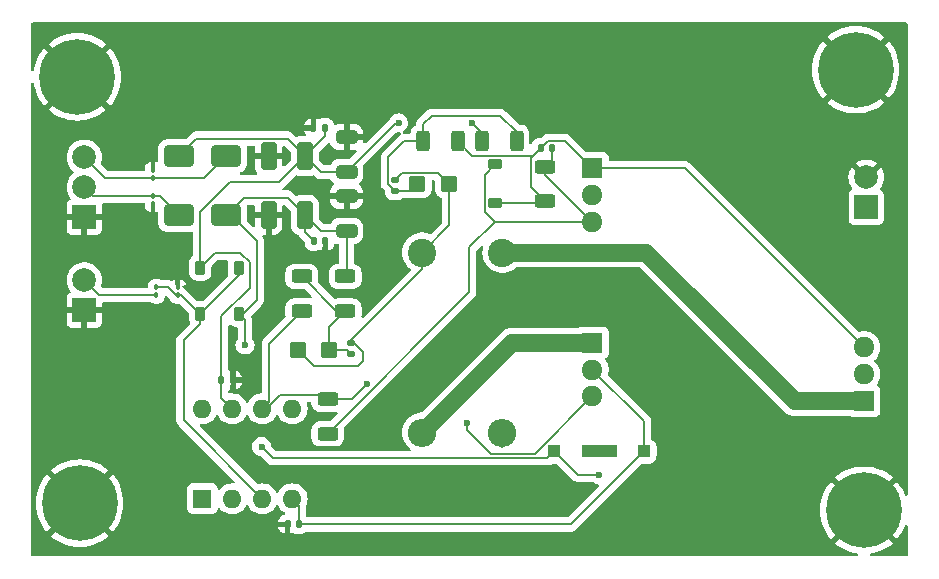
<source format=gbr>
%TF.GenerationSoftware,KiCad,Pcbnew,8.0.8*%
%TF.CreationDate,2025-01-31T21:35:13+01:00*%
%TF.ProjectId,BufferCorrente,42756666-6572-4436-9f72-72656e74652e,rev?*%
%TF.SameCoordinates,Original*%
%TF.FileFunction,Copper,L1,Top*%
%TF.FilePolarity,Positive*%
%FSLAX46Y46*%
G04 Gerber Fmt 4.6, Leading zero omitted, Abs format (unit mm)*
G04 Created by KiCad (PCBNEW 8.0.8) date 2025-01-31 21:35:13*
%MOMM*%
%LPD*%
G01*
G04 APERTURE LIST*
G04 Aperture macros list*
%AMRoundRect*
0 Rectangle with rounded corners*
0 $1 Rounding radius*
0 $2 $3 $4 $5 $6 $7 $8 $9 X,Y pos of 4 corners*
0 Add a 4 corners polygon primitive as box body*
4,1,4,$2,$3,$4,$5,$6,$7,$8,$9,$2,$3,0*
0 Add four circle primitives for the rounded corners*
1,1,$1+$1,$2,$3*
1,1,$1+$1,$4,$5*
1,1,$1+$1,$6,$7*
1,1,$1+$1,$8,$9*
0 Add four rect primitives between the rounded corners*
20,1,$1+$1,$2,$3,$4,$5,0*
20,1,$1+$1,$4,$5,$6,$7,0*
20,1,$1+$1,$6,$7,$8,$9,0*
20,1,$1+$1,$8,$9,$2,$3,0*%
G04 Aperture macros list end*
%TA.AperFunction,ComponentPad*%
%ADD10R,1.600000X1.600000*%
%TD*%
%TA.AperFunction,ComponentPad*%
%ADD11O,1.600000X1.600000*%
%TD*%
%TA.AperFunction,ComponentPad*%
%ADD12C,2.400000*%
%TD*%
%TA.AperFunction,ComponentPad*%
%ADD13O,2.400000X2.400000*%
%TD*%
%TA.AperFunction,SMDPad,CuDef*%
%ADD14RoundRect,0.250000X0.625000X-0.312500X0.625000X0.312500X-0.625000X0.312500X-0.625000X-0.312500X0*%
%TD*%
%TA.AperFunction,SMDPad,CuDef*%
%ADD15RoundRect,0.250000X-0.312500X-0.625000X0.312500X-0.625000X0.312500X0.625000X-0.312500X0.625000X0*%
%TD*%
%TA.AperFunction,SMDPad,CuDef*%
%ADD16RoundRect,0.100000X0.100000X-0.130000X0.100000X0.130000X-0.100000X0.130000X-0.100000X-0.130000X0*%
%TD*%
%TA.AperFunction,ComponentPad*%
%ADD17R,1.800000X1.710000*%
%TD*%
%TA.AperFunction,ComponentPad*%
%ADD18O,1.800000X1.710000*%
%TD*%
%TA.AperFunction,ComponentPad*%
%ADD19R,2.000000X2.000000*%
%TD*%
%TA.AperFunction,ComponentPad*%
%ADD20C,2.000000*%
%TD*%
%TA.AperFunction,ComponentPad*%
%ADD21C,0.800000*%
%TD*%
%TA.AperFunction,ComponentPad*%
%ADD22C,6.400000*%
%TD*%
%TA.AperFunction,SMDPad,CuDef*%
%ADD23RoundRect,0.250000X-0.300000X-0.300000X0.300000X-0.300000X0.300000X0.300000X-0.300000X0.300000X0*%
%TD*%
%TA.AperFunction,SMDPad,CuDef*%
%ADD24RoundRect,0.225000X0.375000X-0.225000X0.375000X0.225000X-0.375000X0.225000X-0.375000X-0.225000X0*%
%TD*%
%TA.AperFunction,SMDPad,CuDef*%
%ADD25RoundRect,0.250000X-1.000000X-0.650000X1.000000X-0.650000X1.000000X0.650000X-1.000000X0.650000X0*%
%TD*%
%TA.AperFunction,SMDPad,CuDef*%
%ADD26RoundRect,0.225000X-0.225000X-0.375000X0.225000X-0.375000X0.225000X0.375000X-0.225000X0.375000X0*%
%TD*%
%TA.AperFunction,SMDPad,CuDef*%
%ADD27RoundRect,0.250000X-0.450000X-0.425000X0.450000X-0.425000X0.450000X0.425000X-0.450000X0.425000X0*%
%TD*%
%TA.AperFunction,SMDPad,CuDef*%
%ADD28RoundRect,0.140000X-0.170000X0.140000X-0.170000X-0.140000X0.170000X-0.140000X0.170000X0.140000X0*%
%TD*%
%TA.AperFunction,SMDPad,CuDef*%
%ADD29RoundRect,0.250000X0.650000X-0.325000X0.650000X0.325000X-0.650000X0.325000X-0.650000X-0.325000X0*%
%TD*%
%TA.AperFunction,SMDPad,CuDef*%
%ADD30RoundRect,0.140000X-0.140000X-0.170000X0.140000X-0.170000X0.140000X0.170000X-0.140000X0.170000X0*%
%TD*%
%TA.AperFunction,SMDPad,CuDef*%
%ADD31RoundRect,0.140000X0.170000X-0.140000X0.170000X0.140000X-0.170000X0.140000X-0.170000X-0.140000X0*%
%TD*%
%TA.AperFunction,SMDPad,CuDef*%
%ADD32RoundRect,0.250000X-0.412500X-0.925000X0.412500X-0.925000X0.412500X0.925000X-0.412500X0.925000X0*%
%TD*%
%TA.AperFunction,SMDPad,CuDef*%
%ADD33RoundRect,0.250000X0.412500X0.925000X-0.412500X0.925000X-0.412500X-0.925000X0.412500X-0.925000X0*%
%TD*%
%TA.AperFunction,SMDPad,CuDef*%
%ADD34RoundRect,0.140000X0.140000X0.170000X-0.140000X0.170000X-0.140000X-0.170000X0.140000X-0.170000X0*%
%TD*%
%TA.AperFunction,ViaPad*%
%ADD35C,0.600000*%
%TD*%
%TA.AperFunction,Conductor*%
%ADD36C,0.200000*%
%TD*%
%TA.AperFunction,Conductor*%
%ADD37C,1.000000*%
%TD*%
%TA.AperFunction,Conductor*%
%ADD38C,1.500000*%
%TD*%
%ADD39C,0.300000*%
%ADD40C,0.350000*%
G04 APERTURE END LIST*
D10*
%TO.P,U1,1,VOS*%
%TO.N,unconnected-(U1-VOS-Pad1)*%
X133180000Y-117020000D03*
D11*
%TO.P,U1,2,-*%
%TO.N,Net-(J2-Pin_1)*%
X135720000Y-117020000D03*
%TO.P,U1,3,+*%
%TO.N,Net-(D1-A)*%
X138260000Y-117020000D03*
%TO.P,U1,4,V-*%
%TO.N,-16V*%
X140800000Y-117020000D03*
%TO.P,U1,5,NC*%
%TO.N,unconnected-(U1-NC-Pad5)*%
X140800000Y-109400000D03*
%TO.P,U1,6*%
%TO.N,Net-(Q1-C)*%
X138260000Y-109400000D03*
%TO.P,U1,7,V+*%
%TO.N,+16V*%
X135720000Y-109400000D03*
%TO.P,U1,8,VOS*%
%TO.N,unconnected-(U1-VOS-Pad8)*%
X133180000Y-109400000D03*
%TD*%
D12*
%TO.P,R11,1*%
%TO.N,Net-(J2-Pin_1)*%
X151800000Y-96180000D03*
D13*
%TO.P,R11,2*%
%TO.N,Net-(Q2-E)*%
X151800000Y-111420000D03*
%TD*%
D12*
%TO.P,R10,1*%
%TO.N,Net-(Q3-E)*%
X158600000Y-96180000D03*
D13*
%TO.P,R10,2*%
%TO.N,Net-(J2-Pin_1)*%
X158600000Y-111420000D03*
%TD*%
D14*
%TO.P,R9,1*%
%TO.N,Net-(C16-Pad2)*%
X145290000Y-101125000D03*
%TO.P,R9,2*%
%TO.N,-16V*%
X145290000Y-98200000D03*
%TD*%
%TO.P,R8,1*%
%TO.N,Net-(Q1-C)*%
X141600000Y-101125000D03*
%TO.P,R8,2*%
%TO.N,Net-(C16-Pad2)*%
X141600000Y-98200000D03*
%TD*%
D15*
%TO.P,R7,1*%
%TO.N,+16V*%
X156875000Y-86720000D03*
%TO.P,R7,2*%
%TO.N,Net-(C12-Pad1)*%
X159800000Y-86720000D03*
%TD*%
%TO.P,R6,2*%
%TO.N,Net-(D5-K)*%
X154800000Y-86720000D03*
%TO.P,R6,1*%
%TO.N,Net-(C12-Pad1)*%
X151875000Y-86720000D03*
%TD*%
D14*
%TO.P,R5,1*%
%TO.N,Net-(D5-A)*%
X143800000Y-111525000D03*
%TO.P,R5,2*%
%TO.N,Net-(Q1-C)*%
X143800000Y-108600000D03*
%TD*%
%TO.P,R4,1*%
%TO.N,Net-(D5-K)*%
X162200000Y-91845000D03*
%TO.P,R4,2*%
%TO.N,Net-(D5-A)*%
X162200000Y-88920000D03*
%TD*%
D16*
%TO.P,R2,1*%
%TO.N,Net-(D1-A)*%
X131100000Y-99775000D03*
%TO.P,R2,2*%
%TO.N,GND*%
X131100000Y-99135000D03*
%TD*%
%TO.P,R1,2*%
%TO.N,Net-(D1-A)*%
X129300000Y-99135000D03*
%TO.P,R1,1*%
%TO.N,Net-(J1-Pin_2)*%
X129300000Y-99775000D03*
%TD*%
D17*
%TO.P,Q3,1,E*%
%TO.N,Net-(Q3-E)*%
X189200000Y-108760000D03*
D18*
%TO.P,Q3,2,C*%
%TO.N,+16V*%
X189200000Y-106480000D03*
%TO.P,Q3,3,B*%
%TO.N,Net-(D5-K)*%
X189200000Y-104200000D03*
%TD*%
D17*
%TO.P,Q2,1,E*%
%TO.N,Net-(Q2-E)*%
X166200000Y-103800000D03*
D18*
%TO.P,Q2,2,C*%
%TO.N,-16V*%
X166200000Y-106080000D03*
%TO.P,Q2,3,B*%
%TO.N,Net-(Q1-C)*%
X166200000Y-108360000D03*
%TD*%
%TO.P,Q1,3,B*%
%TO.N,Net-(D5-A)*%
X166200000Y-93600000D03*
%TO.P,Q1,2,C*%
%TO.N,Net-(Q1-C)*%
X166200000Y-91320000D03*
D17*
%TO.P,Q1,1,E*%
%TO.N,Net-(D5-K)*%
X166200000Y-89040000D03*
%TD*%
D19*
%TO.P,Power,1,Pin_1*%
%TO.N,GND*%
X123200000Y-93200000D03*
D20*
%TO.P,Power,2,Pin_2*%
%TO.N,VEE*%
X123200000Y-90660000D03*
%TO.P,Power,3,Pin_3*%
%TO.N,VCC*%
X123200000Y-88120000D03*
%TD*%
D19*
%TO.P,OUT,1,Pin_1*%
%TO.N,Net-(J2-Pin_1)*%
X189400000Y-92340000D03*
D20*
%TO.P,OUT,2,Pin_2*%
%TO.N,GND*%
X189400000Y-89800000D03*
%TD*%
D19*
%TO.P,SIG,1,Pin_1*%
%TO.N,GND*%
X123200000Y-101060000D03*
D20*
%TO.P,SIG,2,Pin_2*%
%TO.N,Net-(J1-Pin_2)*%
X123200000Y-98520000D03*
%TD*%
D21*
%TO.P,M3,1,1*%
%TO.N,GND*%
X186800000Y-118000000D03*
X187502944Y-116302944D03*
X187502944Y-119697056D03*
X189200000Y-115600000D03*
D22*
X189200000Y-118000000D03*
D21*
X189200000Y-120400000D03*
X190897056Y-116302944D03*
X190897056Y-119697056D03*
X191600000Y-118000000D03*
%TD*%
%TO.P,M3,1,1*%
%TO.N,GND*%
X186102944Y-80697056D03*
X186805888Y-79000000D03*
X186805888Y-82394112D03*
X188502944Y-78297056D03*
D22*
X188502944Y-80697056D03*
D21*
X188502944Y-83097056D03*
X190200000Y-79000000D03*
X190200000Y-82394112D03*
X190902944Y-80697056D03*
%TD*%
%TO.P,M3,1,1*%
%TO.N,GND*%
X120400000Y-117400000D03*
X121102944Y-115702944D03*
X121102944Y-119097056D03*
X122800000Y-115000000D03*
D22*
X122800000Y-117400000D03*
D21*
X122800000Y-119800000D03*
X124497056Y-115702944D03*
X124497056Y-119097056D03*
X125200000Y-117400000D03*
%TD*%
%TO.P,M3,1,1*%
%TO.N,GND*%
X125000000Y-81297056D03*
X124297056Y-82994112D03*
X124297056Y-79600000D03*
X122600000Y-83697056D03*
D22*
X122600000Y-81297056D03*
D21*
X122600000Y-78897056D03*
X120902944Y-82994112D03*
X120902944Y-79600000D03*
X120200000Y-81297056D03*
%TD*%
D23*
%TO.P,D7,1,K*%
%TO.N,+16V*%
X163000000Y-113000000D03*
%TO.P,D7,2,A*%
%TO.N,Net-(D6-K)*%
X165800000Y-113000000D03*
%TD*%
%TO.P,D6,1,K*%
%TO.N,Net-(D6-K)*%
X167800000Y-113000000D03*
%TO.P,D6,2,A*%
%TO.N,-16V*%
X170600000Y-113000000D03*
%TD*%
D24*
%TO.P,D5,1,K*%
%TO.N,Net-(D5-K)*%
X158000000Y-92020000D03*
%TO.P,D5,2,A*%
%TO.N,Net-(D5-A)*%
X158000000Y-88720000D03*
%TD*%
D25*
%TO.P,D4,2,A*%
%TO.N,-16V*%
X135200000Y-93000000D03*
%TO.P,D4,1,K*%
%TO.N,VEE*%
X131200000Y-93000000D03*
%TD*%
%TO.P,D3,2,A*%
%TO.N,VCC*%
X135200000Y-88000000D03*
%TO.P,D3,1,K*%
%TO.N,+16V*%
X131200000Y-88000000D03*
%TD*%
D26*
%TO.P,D2,2,A*%
%TO.N,-16V*%
X136300000Y-101400000D03*
%TO.P,D2,1,K*%
%TO.N,Net-(D1-A)*%
X133000000Y-101400000D03*
%TD*%
%TO.P,D1,2,A*%
%TO.N,Net-(D1-A)*%
X136300000Y-97450000D03*
%TO.P,D1,1,K*%
%TO.N,+16V*%
X133000000Y-97450000D03*
%TD*%
D27*
%TO.P,C17,1*%
%TO.N,Net-(J2-Pin_1)*%
X141250000Y-104440000D03*
%TO.P,C17,2*%
%TO.N,Net-(C16-Pad2)*%
X143950000Y-104440000D03*
%TD*%
D28*
%TO.P,C16,1*%
%TO.N,Net-(J2-Pin_1)*%
X145800000Y-103840000D03*
%TO.P,C16,2*%
%TO.N,Net-(C16-Pad2)*%
X145800000Y-104800000D03*
%TD*%
D29*
%TO.P,C15,1*%
%TO.N,-16V*%
X145400000Y-94350000D03*
%TO.P,C15,2*%
%TO.N,GND*%
X145400000Y-91400000D03*
%TD*%
D30*
%TO.P,C14,1*%
%TO.N,-16V*%
X142640000Y-95200000D03*
%TO.P,C14,2*%
%TO.N,GND*%
X143600000Y-95200000D03*
%TD*%
D27*
%TO.P,C13,1*%
%TO.N,Net-(C12-Pad1)*%
X151400000Y-90400000D03*
%TO.P,C13,2*%
%TO.N,Net-(J2-Pin_1)*%
X154100000Y-90400000D03*
%TD*%
D31*
%TO.P,C12,1*%
%TO.N,Net-(C12-Pad1)*%
X149500000Y-90960000D03*
%TO.P,C12,2*%
%TO.N,Net-(J2-Pin_1)*%
X149500000Y-90000000D03*
%TD*%
D30*
%TO.P,C11,1*%
%TO.N,GND*%
X142600000Y-85600000D03*
%TO.P,C11,2*%
%TO.N,+16V*%
X143560000Y-85600000D03*
%TD*%
D29*
%TO.P,C10,1*%
%TO.N,+16V*%
X145400000Y-89350000D03*
%TO.P,C10,2*%
%TO.N,GND*%
X145400000Y-86400000D03*
%TD*%
D30*
%TO.P,C9,1*%
%TO.N,Net-(D5-K)*%
X161840000Y-87320000D03*
%TO.P,C9,2*%
%TO.N,Net-(D5-A)*%
X162800000Y-87320000D03*
%TD*%
D32*
%TO.P,C8,1*%
%TO.N,GND*%
X138800000Y-93000000D03*
%TO.P,C8,2*%
%TO.N,-16V*%
X141875000Y-93000000D03*
%TD*%
D33*
%TO.P,C7,1*%
%TO.N,+16V*%
X141875000Y-88000000D03*
%TO.P,C7,2*%
%TO.N,GND*%
X138800000Y-88000000D03*
%TD*%
D16*
%TO.P,C6,1*%
%TO.N,GND*%
X129000000Y-92040000D03*
%TO.P,C6,2*%
%TO.N,VEE*%
X129000000Y-91400000D03*
%TD*%
%TO.P,C5,1*%
%TO.N,VCC*%
X129000000Y-89865000D03*
%TO.P,C5,2*%
%TO.N,GND*%
X129000000Y-89225000D03*
%TD*%
D34*
%TO.P,C2,1*%
%TO.N,-16V*%
X141360000Y-119200000D03*
%TO.P,C2,2*%
%TO.N,GND*%
X140400000Y-119200000D03*
%TD*%
D30*
%TO.P,C1,1*%
%TO.N,+16V*%
X134800000Y-107000000D03*
%TO.P,C1,2*%
%TO.N,GND*%
X135760000Y-107000000D03*
%TD*%
D35*
%TO.N,GND*%
X138200000Y-102600000D03*
X133000000Y-99400000D03*
X128600000Y-95800000D03*
X142400000Y-90400000D03*
X147800000Y-96400000D03*
X149800000Y-93200000D03*
X154800000Y-81600000D03*
X146000000Y-78400000D03*
X170000000Y-81200000D03*
X182800000Y-90200000D03*
X189200000Y-97600000D03*
X172600000Y-103000000D03*
X163200000Y-99600000D03*
X177400000Y-110600000D03*
X169800000Y-120000000D03*
X159600000Y-116400000D03*
X148000000Y-116200000D03*
X125400000Y-107600000D03*
X139800000Y-96800000D03*
X137200000Y-93000000D03*
X137200000Y-89000000D03*
X135400000Y-82400000D03*
%TO.N,+16V*%
X166800000Y-115000000D03*
%TO.N,Net-(Q1-C)*%
X155600000Y-110600000D03*
X147138235Y-107338235D03*
%TO.N,+16V*%
X149800000Y-85200000D03*
X156000000Y-85200000D03*
%TO.N,-16V*%
X136800000Y-104000000D03*
%TO.N,+16V*%
X138200000Y-112600000D03*
%TD*%
D36*
%TO.N,Net-(D5-A)*%
X158000000Y-88720000D02*
X157100000Y-89620000D01*
X157100000Y-89620000D02*
X157100000Y-92770661D01*
X157100000Y-92770661D02*
X157929339Y-93600000D01*
%TO.N,+16V*%
X165000000Y-115000000D02*
X166800000Y-115000000D01*
X163000000Y-113000000D02*
X165000000Y-115000000D01*
%TO.N,-16V*%
X170600000Y-113000000D02*
X170600000Y-110480000D01*
X170600000Y-110480000D02*
X166200000Y-106080000D01*
%TO.N,Net-(Q1-C)*%
X155600000Y-110600000D02*
X155600000Y-111200000D01*
X155600000Y-111200000D02*
X157600000Y-113200000D01*
X157600000Y-113200000D02*
X161360000Y-113200000D01*
X161360000Y-113200000D02*
X166200000Y-108360000D01*
%TO.N,+16V*%
X163000000Y-113000000D02*
X162400000Y-113600000D01*
X162400000Y-113600000D02*
X139200000Y-113600000D01*
X139200000Y-113600000D02*
X138200000Y-112600000D01*
%TO.N,Net-(Q1-C)*%
X147138235Y-107338235D02*
X145876470Y-108600000D01*
X145876470Y-108600000D02*
X143800000Y-108600000D01*
%TO.N,+16V*%
X149800000Y-85200000D02*
X149550000Y-85200000D01*
X149550000Y-85200000D02*
X145400000Y-89350000D01*
X156875000Y-86720000D02*
X156875000Y-86075000D01*
X156875000Y-86075000D02*
X156000000Y-85200000D01*
%TO.N,Net-(C12-Pad1)*%
X151875000Y-86720000D02*
X151875000Y-85325000D01*
X158400000Y-84600000D02*
X159800000Y-86000000D01*
X151875000Y-85325000D02*
X152600000Y-84600000D01*
X152600000Y-84600000D02*
X158400000Y-84600000D01*
X159800000Y-86000000D02*
X159800000Y-86720000D01*
%TO.N,Net-(J2-Pin_1)*%
X145800000Y-103840000D02*
X145800000Y-103600000D01*
X145800000Y-103600000D02*
X151800000Y-97600000D01*
X151800000Y-97600000D02*
X151800000Y-96180000D01*
X154100000Y-90400000D02*
X154100000Y-93880000D01*
X154100000Y-93880000D02*
X151800000Y-96180000D01*
%TO.N,Net-(C12-Pad1)*%
X151875000Y-86720000D02*
X150280000Y-86720000D01*
X150280000Y-86720000D02*
X148890000Y-88110000D01*
X148890000Y-88110000D02*
X148890000Y-90350000D01*
X148890000Y-90350000D02*
X149500000Y-90960000D01*
%TO.N,Net-(J2-Pin_1)*%
X154100000Y-90400000D02*
X153125000Y-89425000D01*
X150075000Y-89425000D02*
X149500000Y-90000000D01*
X153125000Y-89425000D02*
X150075000Y-89425000D01*
%TO.N,Net-(D5-K)*%
X162200000Y-91845000D02*
X161025000Y-90670000D01*
X161025000Y-90670000D02*
X161025000Y-88135000D01*
X161025000Y-88135000D02*
X161190000Y-87970000D01*
X158000000Y-92020000D02*
X162025000Y-92020000D01*
X162025000Y-92020000D02*
X162200000Y-91845000D01*
X154800000Y-86720000D02*
X156050000Y-87970000D01*
X156050000Y-87970000D02*
X161190000Y-87970000D01*
X161190000Y-87970000D02*
X161840000Y-87320000D01*
%TO.N,Net-(Q1-C)*%
X141600000Y-101125000D02*
X138800000Y-103925000D01*
X138800000Y-103925000D02*
X138800000Y-108860000D01*
X138800000Y-108860000D02*
X138260000Y-109400000D01*
X138260000Y-109400000D02*
X138600000Y-109400000D01*
X139800000Y-108200000D02*
X143400000Y-108200000D01*
X138600000Y-109400000D02*
X139800000Y-108200000D01*
X143400000Y-108200000D02*
X143800000Y-108600000D01*
%TO.N,-16V*%
X136800000Y-104000000D02*
X136800000Y-101900000D01*
X136300000Y-101400000D02*
X136800000Y-101900000D01*
X136800000Y-101900000D02*
X136820000Y-101920000D01*
%TO.N,Net-(D1-A)*%
X138260000Y-117020000D02*
X131600000Y-110360000D01*
X131600000Y-110360000D02*
X131600000Y-103600000D01*
X131600000Y-103600000D02*
X133000000Y-102200000D01*
X133000000Y-102200000D02*
X133000000Y-101400000D01*
%TO.N,-16V*%
X170600000Y-113000000D02*
X164400000Y-119200000D01*
X164400000Y-119200000D02*
X141360000Y-119200000D01*
%TO.N,Net-(J2-Pin_1)*%
X158600000Y-112600000D02*
X158600000Y-111420000D01*
%TO.N,-16V*%
X141360000Y-119200000D02*
X141360000Y-117580000D01*
X141360000Y-117580000D02*
X140800000Y-117020000D01*
%TO.N,+16V*%
X137200000Y-99151304D02*
X134800000Y-101551304D01*
X134250000Y-96200000D02*
X136400000Y-96200000D01*
X136400000Y-96200000D02*
X137200000Y-97000000D01*
X133000000Y-97450000D02*
X134250000Y-96200000D01*
X137200000Y-97000000D02*
X137200000Y-99151304D01*
X134800000Y-101551304D02*
X134800000Y-107000000D01*
%TO.N,-16V*%
X135200000Y-93000000D02*
X135600000Y-93000000D01*
X137800000Y-100200000D02*
X136600000Y-101400000D01*
X135600000Y-93000000D02*
X137800000Y-95200000D01*
X137800000Y-95200000D02*
X137800000Y-100200000D01*
X136600000Y-101400000D02*
X136300000Y-101400000D01*
%TO.N,+16V*%
X134800000Y-107000000D02*
X134800000Y-108480000D01*
%TO.N,Net-(J2-Pin_1)*%
X146800000Y-105400000D02*
X146800000Y-104600000D01*
X142610000Y-105800000D02*
X146400000Y-105800000D01*
X141250000Y-104440000D02*
X142610000Y-105800000D01*
X146400000Y-105800000D02*
X146800000Y-105400000D01*
X146800000Y-104600000D02*
X146040000Y-103840000D01*
X146040000Y-103840000D02*
X145800000Y-103840000D01*
%TO.N,Net-(C16-Pad2)*%
X141600000Y-98200000D02*
X144525000Y-101125000D01*
X144525000Y-101125000D02*
X145290000Y-101125000D01*
X143950000Y-104440000D02*
X143950000Y-102465000D01*
X143950000Y-102465000D02*
X145290000Y-101125000D01*
X143950000Y-104440000D02*
X145440000Y-104440000D01*
X145440000Y-104440000D02*
X145800000Y-104800000D01*
%TO.N,Net-(D5-A)*%
X143800000Y-111525000D02*
X155800000Y-99525000D01*
X155800000Y-95729339D02*
X157929339Y-93600000D01*
X155800000Y-99525000D02*
X155800000Y-95729339D01*
X157929339Y-93600000D02*
X166200000Y-93600000D01*
D37*
%TO.N,Net-(D6-K)*%
X165800000Y-113000000D02*
X167800000Y-113000000D01*
D36*
%TO.N,Net-(D5-K)*%
X166200000Y-89040000D02*
X174040000Y-89040000D01*
X174040000Y-89040000D02*
X189200000Y-104200000D01*
D38*
%TO.N,Net-(Q2-E)*%
X151800000Y-111420000D02*
X159420000Y-103800000D01*
X159420000Y-103800000D02*
X166200000Y-103800000D01*
D36*
%TO.N,Net-(D5-A)*%
X162800000Y-87320000D02*
X162800000Y-88320000D01*
X162800000Y-88320000D02*
X162200000Y-88920000D01*
X158200000Y-88920000D02*
X158000000Y-88720000D01*
%TO.N,Net-(D5-K)*%
X161840000Y-87320000D02*
X161863866Y-87320000D01*
X162473866Y-86710000D02*
X163870000Y-86710000D01*
X161863866Y-87320000D02*
X162473866Y-86710000D01*
X163870000Y-86710000D02*
X166200000Y-89040000D01*
%TO.N,Net-(C12-Pad1)*%
X151875000Y-89925000D02*
X151400000Y-90400000D01*
X149500000Y-90960000D02*
X150840000Y-90960000D01*
X150840000Y-90960000D02*
X151400000Y-90400000D01*
%TO.N,+16V*%
X134800000Y-108480000D02*
X135720000Y-109400000D01*
%TO.N,Net-(D1-A)*%
X136300000Y-97450000D02*
X136300000Y-98100000D01*
X136300000Y-98100000D02*
X133000000Y-101400000D01*
X131100000Y-99775000D02*
X131375000Y-99775000D01*
X131375000Y-99775000D02*
X133000000Y-101400000D01*
X129300000Y-99135000D02*
X130301544Y-99135000D01*
X130301544Y-99135000D02*
X130941544Y-99775000D01*
X130941544Y-99775000D02*
X131100000Y-99775000D01*
%TO.N,Net-(J1-Pin_2)*%
X123200000Y-98520000D02*
X124455000Y-99775000D01*
X124455000Y-99775000D02*
X129300000Y-99775000D01*
%TO.N,+16V*%
X133000000Y-97450000D02*
X133000000Y-92765256D01*
X135565256Y-90200000D02*
X139675000Y-90200000D01*
X133000000Y-92765256D02*
X135565256Y-90200000D01*
X139675000Y-90200000D02*
X141875000Y-88000000D01*
%TO.N,-16V*%
X145400000Y-94350000D02*
X145400000Y-98090000D01*
X145400000Y-98090000D02*
X145290000Y-98200000D01*
X141875000Y-93000000D02*
X141875000Y-94435000D01*
X141875000Y-94435000D02*
X142640000Y-95200000D01*
X141875000Y-93000000D02*
X143225000Y-94350000D01*
X143225000Y-94350000D02*
X145400000Y-94350000D01*
%TO.N,+16V*%
X143560000Y-85600000D02*
X143560000Y-86315000D01*
X143560000Y-86315000D02*
X141875000Y-88000000D01*
X141875000Y-88000000D02*
X143225000Y-89350000D01*
X143225000Y-89350000D02*
X145400000Y-89350000D01*
%TO.N,-16V*%
X135200000Y-93000000D02*
X136675000Y-91525000D01*
X136675000Y-91525000D02*
X140400000Y-91525000D01*
X140400000Y-91525000D02*
X141875000Y-93000000D01*
%TO.N,+16V*%
X131200000Y-88000000D02*
X132675000Y-86525000D01*
X132675000Y-86525000D02*
X140400000Y-86525000D01*
X140400000Y-86525000D02*
X141875000Y-88000000D01*
%TO.N,VEE*%
X129000000Y-91400000D02*
X129600000Y-91400000D01*
X129600000Y-91400000D02*
X131200000Y-93000000D01*
%TO.N,VCC*%
X129000000Y-89865000D02*
X133335000Y-89865000D01*
X133335000Y-89865000D02*
X135200000Y-88000000D01*
X129000000Y-89865000D02*
X124945000Y-89865000D01*
X124945000Y-89865000D02*
X123200000Y-88120000D01*
%TO.N,VEE*%
X129000000Y-91400000D02*
X123940000Y-91400000D01*
X123940000Y-91400000D02*
X123200000Y-90660000D01*
%TO.N,Net-(D5-A)*%
X162200000Y-88920000D02*
X162200000Y-89600000D01*
X162200000Y-89600000D02*
X166200000Y-93600000D01*
D38*
%TO.N,Net-(Q3-E)*%
X189200000Y-108760000D02*
X183360000Y-108760000D01*
X170780000Y-96180000D02*
X158600000Y-96180000D01*
X183360000Y-108760000D02*
X170780000Y-96180000D01*
%TD*%
%TA.AperFunction,Conductor*%
%TO.N,GND*%
G36*
X149745885Y-85999467D02*
G01*
X149799998Y-86005565D01*
X149800000Y-86005565D01*
X149800001Y-86005565D01*
X149809944Y-86004444D01*
X149851101Y-85999807D01*
X149919922Y-86011861D01*
X149971302Y-86059209D01*
X149988927Y-86126820D01*
X149967201Y-86193226D01*
X149926987Y-86230413D01*
X149911287Y-86239477D01*
X149911282Y-86239481D01*
X148409481Y-87741282D01*
X148409475Y-87741290D01*
X148359730Y-87827453D01*
X148359730Y-87827454D01*
X148330423Y-87878215D01*
X148289499Y-88030943D01*
X148289499Y-88030945D01*
X148289499Y-88199046D01*
X148289500Y-88199059D01*
X148289500Y-90263330D01*
X148289499Y-90263348D01*
X148289499Y-90429054D01*
X148289498Y-90429054D01*
X148330423Y-90581786D01*
X148341227Y-90600497D01*
X148341228Y-90600502D01*
X148341229Y-90600502D01*
X148409475Y-90718709D01*
X148409481Y-90718717D01*
X148528349Y-90837585D01*
X148528355Y-90837590D01*
X148653181Y-90962416D01*
X148686666Y-91023739D01*
X148689500Y-91050097D01*
X148689500Y-91164697D01*
X148692356Y-91200991D01*
X148692357Y-91200997D01*
X148737504Y-91356390D01*
X148737505Y-91356393D01*
X148737506Y-91356395D01*
X148763975Y-91401152D01*
X148819881Y-91495684D01*
X148819887Y-91495692D01*
X148934307Y-91610112D01*
X148934311Y-91610115D01*
X148934313Y-91610117D01*
X149073605Y-91692494D01*
X149114587Y-91704400D01*
X149229002Y-91737642D01*
X149229005Y-91737642D01*
X149229007Y-91737643D01*
X149265310Y-91740500D01*
X149265318Y-91740500D01*
X149734682Y-91740500D01*
X149734690Y-91740500D01*
X149770993Y-91737643D01*
X149770995Y-91737642D01*
X149770997Y-91737642D01*
X149861021Y-91711487D01*
X149926395Y-91692494D01*
X150065687Y-91610117D01*
X150069462Y-91606342D01*
X150078986Y-91596819D01*
X150140309Y-91563334D01*
X150166667Y-91560500D01*
X150753331Y-91560500D01*
X150753347Y-91560501D01*
X150760943Y-91560501D01*
X150763620Y-91560501D01*
X150790323Y-91564809D01*
X150790586Y-91563582D01*
X150797201Y-91564998D01*
X150797203Y-91564999D01*
X150899991Y-91575500D01*
X151900008Y-91575499D01*
X151900016Y-91575498D01*
X151900019Y-91575498D01*
X151956302Y-91569748D01*
X152002797Y-91564999D01*
X152169334Y-91509814D01*
X152318656Y-91417712D01*
X152442712Y-91293656D01*
X152534814Y-91144334D01*
X152589999Y-90977797D01*
X152600500Y-90875009D01*
X152600499Y-90149499D01*
X152620183Y-90082461D01*
X152672987Y-90036706D01*
X152724499Y-90025500D01*
X152775500Y-90025500D01*
X152842539Y-90045185D01*
X152888294Y-90097989D01*
X152899500Y-90149500D01*
X152899500Y-90875001D01*
X152899501Y-90875019D01*
X152910000Y-90977796D01*
X152910001Y-90977797D01*
X152965185Y-91144331D01*
X152965187Y-91144336D01*
X152977746Y-91164697D01*
X153057288Y-91293656D01*
X153181344Y-91417712D01*
X153330666Y-91509814D01*
X153414505Y-91537595D01*
X153471948Y-91577366D01*
X153498772Y-91641882D01*
X153499500Y-91655300D01*
X153499500Y-93579902D01*
X153479815Y-93646941D01*
X153463181Y-93667583D01*
X152562937Y-94567826D01*
X152501614Y-94601311D01*
X152431922Y-94596327D01*
X152425523Y-94593600D01*
X152423008Y-94592612D01*
X152179466Y-94517489D01*
X152179462Y-94517488D01*
X152179458Y-94517487D01*
X152058231Y-94499214D01*
X151927440Y-94479500D01*
X151927435Y-94479500D01*
X151672565Y-94479500D01*
X151672559Y-94479500D01*
X151515609Y-94503157D01*
X151420542Y-94517487D01*
X151420539Y-94517488D01*
X151420533Y-94517489D01*
X151176992Y-94592612D01*
X150947373Y-94703190D01*
X150947372Y-94703191D01*
X150736782Y-94846768D01*
X150549952Y-95020121D01*
X150549950Y-95020123D01*
X150391041Y-95219388D01*
X150263608Y-95440109D01*
X150170492Y-95677362D01*
X150170490Y-95677369D01*
X150113777Y-95925845D01*
X150094732Y-96179995D01*
X150094732Y-96180004D01*
X150113777Y-96434154D01*
X150156642Y-96621959D01*
X150170492Y-96682637D01*
X150245200Y-96872989D01*
X150263608Y-96919890D01*
X150267882Y-96927292D01*
X150391041Y-97140612D01*
X150549950Y-97339877D01*
X150699072Y-97478241D01*
X150736786Y-97513235D01*
X150791953Y-97550847D01*
X150836255Y-97604876D01*
X150844313Y-97674279D01*
X150813570Y-97737022D01*
X150809782Y-97740981D01*
X146866704Y-101684059D01*
X146805381Y-101717544D01*
X146735689Y-101712560D01*
X146679756Y-101670688D01*
X146655339Y-101605224D01*
X146655665Y-101583775D01*
X146656310Y-101577468D01*
X146665500Y-101487509D01*
X146665499Y-100762492D01*
X146662491Y-100733050D01*
X146654999Y-100659703D01*
X146654998Y-100659700D01*
X146641500Y-100618966D01*
X146599814Y-100493166D01*
X146507712Y-100343844D01*
X146383656Y-100219788D01*
X146234334Y-100127686D01*
X146067797Y-100072501D01*
X146067795Y-100072500D01*
X145965010Y-100062000D01*
X144614998Y-100062000D01*
X144614981Y-100062001D01*
X144512203Y-100072500D01*
X144512196Y-100072502D01*
X144441743Y-100095848D01*
X144371915Y-100098249D01*
X144315059Y-100065823D01*
X143001986Y-98752750D01*
X142968501Y-98691427D01*
X142966309Y-98652470D01*
X142975500Y-98562509D01*
X142975499Y-97837492D01*
X142968498Y-97768961D01*
X142964999Y-97734703D01*
X142964998Y-97734700D01*
X142939186Y-97656805D01*
X142909814Y-97568166D01*
X142817712Y-97418844D01*
X142693656Y-97294788D01*
X142544334Y-97202686D01*
X142377797Y-97147501D01*
X142377795Y-97147500D01*
X142275010Y-97137000D01*
X140924998Y-97137000D01*
X140924981Y-97137001D01*
X140822203Y-97147500D01*
X140822200Y-97147501D01*
X140655668Y-97202685D01*
X140655663Y-97202687D01*
X140506342Y-97294789D01*
X140382289Y-97418842D01*
X140290187Y-97568163D01*
X140290186Y-97568166D01*
X140235001Y-97734703D01*
X140235001Y-97734704D01*
X140235000Y-97734704D01*
X140224500Y-97837483D01*
X140224500Y-98562501D01*
X140224501Y-98562519D01*
X140235000Y-98665296D01*
X140235001Y-98665299D01*
X140290185Y-98831831D01*
X140290187Y-98831836D01*
X140307075Y-98859216D01*
X140382288Y-98981156D01*
X140506344Y-99105212D01*
X140655666Y-99197314D01*
X140822203Y-99252499D01*
X140924991Y-99263000D01*
X141762402Y-99262999D01*
X141829441Y-99282683D01*
X141850083Y-99299318D01*
X142404733Y-99853968D01*
X142438218Y-99915291D01*
X142433234Y-99984983D01*
X142391362Y-100040916D01*
X142325898Y-100065333D01*
X142304452Y-100065007D01*
X142275023Y-100062001D01*
X142275014Y-100062000D01*
X142275009Y-100062000D01*
X142275003Y-100062000D01*
X140924998Y-100062000D01*
X140924981Y-100062001D01*
X140822203Y-100072500D01*
X140822200Y-100072501D01*
X140655668Y-100127685D01*
X140655663Y-100127687D01*
X140506342Y-100219789D01*
X140382289Y-100343842D01*
X140290187Y-100493163D01*
X140290185Y-100493168D01*
X140274064Y-100541818D01*
X140235001Y-100659703D01*
X140235001Y-100659704D01*
X140235000Y-100659704D01*
X140224500Y-100762483D01*
X140224500Y-101487501D01*
X140224501Y-101487519D01*
X140233690Y-101577468D01*
X140220920Y-101646161D01*
X140198013Y-101677750D01*
X138431286Y-103444478D01*
X138319481Y-103556282D01*
X138319477Y-103556287D01*
X138273855Y-103635309D01*
X138273855Y-103635310D01*
X138240423Y-103693214D01*
X138235459Y-103711741D01*
X138199499Y-103845943D01*
X138199499Y-103845945D01*
X138199499Y-104014046D01*
X138199500Y-104014059D01*
X138199500Y-107986200D01*
X138179815Y-108053239D01*
X138127011Y-108098994D01*
X138086308Y-108109728D01*
X138033312Y-108114364D01*
X138033302Y-108114366D01*
X137813511Y-108173258D01*
X137813502Y-108173261D01*
X137607267Y-108269431D01*
X137607265Y-108269432D01*
X137420858Y-108399954D01*
X137259954Y-108560858D01*
X137129432Y-108747265D01*
X137129431Y-108747267D01*
X137110310Y-108788272D01*
X137104200Y-108801377D01*
X137102382Y-108805275D01*
X137056209Y-108857714D01*
X136989016Y-108876866D01*
X136922135Y-108856650D01*
X136877618Y-108805275D01*
X136850568Y-108747266D01*
X136720047Y-108560861D01*
X136720045Y-108560858D01*
X136559141Y-108399954D01*
X136372734Y-108269432D01*
X136372732Y-108269431D01*
X136166497Y-108173261D01*
X136166488Y-108173258D01*
X135946697Y-108114366D01*
X135946693Y-108114365D01*
X135946692Y-108114365D01*
X135946691Y-108114364D01*
X135946686Y-108114364D01*
X135720002Y-108094532D01*
X135719998Y-108094532D01*
X135535307Y-108110690D01*
X135466807Y-108096923D01*
X135416624Y-108048308D01*
X135400500Y-107987162D01*
X135400500Y-107937845D01*
X135420185Y-107870806D01*
X135472989Y-107825051D01*
X135484919Y-107823335D01*
X135510000Y-107804504D01*
X135510000Y-107804503D01*
X136010000Y-107804503D01*
X136156195Y-107762031D01*
X136295374Y-107679721D01*
X136295383Y-107679714D01*
X136409714Y-107565383D01*
X136409721Y-107565374D01*
X136492031Y-107426195D01*
X136492033Y-107426190D01*
X136537144Y-107270918D01*
X136537145Y-107270912D01*
X136538790Y-107250000D01*
X136010000Y-107250000D01*
X136010000Y-107804503D01*
X135510000Y-107804503D01*
X135510000Y-107498352D01*
X135527267Y-107435233D01*
X135532494Y-107426395D01*
X135577643Y-107270993D01*
X135580500Y-107234690D01*
X135580500Y-106765310D01*
X135577643Y-106729007D01*
X135570597Y-106704756D01*
X135532495Y-106573608D01*
X135532492Y-106573600D01*
X135527266Y-106564763D01*
X135510000Y-106501645D01*
X135510000Y-106195494D01*
X136010000Y-106195494D01*
X136010000Y-106750000D01*
X136538790Y-106750000D01*
X136537145Y-106729089D01*
X136492031Y-106573804D01*
X136409721Y-106434625D01*
X136409714Y-106434616D01*
X136295383Y-106320285D01*
X136295374Y-106320278D01*
X136156193Y-106237967D01*
X136156190Y-106237965D01*
X136010001Y-106195493D01*
X136010000Y-106195494D01*
X135510000Y-106195494D01*
X135490738Y-106181032D01*
X135489219Y-106181028D01*
X135430551Y-106143082D01*
X135401711Y-106079442D01*
X135400500Y-106062153D01*
X135400500Y-102425874D01*
X135420185Y-102358835D01*
X135472989Y-102313080D01*
X135542147Y-102303136D01*
X135605703Y-102332161D01*
X135612181Y-102338193D01*
X135621955Y-102347967D01*
X135621959Y-102347970D01*
X135766294Y-102436998D01*
X135766297Y-102436999D01*
X135766303Y-102437003D01*
X135927292Y-102490349D01*
X136026655Y-102500500D01*
X136075500Y-102500499D01*
X136142537Y-102520182D01*
X136188293Y-102572985D01*
X136199500Y-102624499D01*
X136199500Y-103417587D01*
X136179815Y-103484626D01*
X136172450Y-103494896D01*
X136170186Y-103497734D01*
X136074211Y-103650476D01*
X136014631Y-103820745D01*
X136014630Y-103820750D01*
X135994435Y-103999996D01*
X135994435Y-104000003D01*
X136014630Y-104179249D01*
X136014631Y-104179254D01*
X136074211Y-104349523D01*
X136170184Y-104502262D01*
X136297738Y-104629816D01*
X136388080Y-104686582D01*
X136441791Y-104720331D01*
X136450478Y-104725789D01*
X136620745Y-104785368D01*
X136620750Y-104785369D01*
X136799996Y-104805565D01*
X136800000Y-104805565D01*
X136800004Y-104805565D01*
X136979249Y-104785369D01*
X136979252Y-104785368D01*
X136979255Y-104785368D01*
X137149522Y-104725789D01*
X137302262Y-104629816D01*
X137429816Y-104502262D01*
X137525789Y-104349522D01*
X137585368Y-104179255D01*
X137585990Y-104173735D01*
X137605565Y-104000003D01*
X137605565Y-103999996D01*
X137585369Y-103820750D01*
X137585368Y-103820745D01*
X137554061Y-103731276D01*
X137525789Y-103650478D01*
X137429816Y-103497738D01*
X137429814Y-103497736D01*
X137429813Y-103497734D01*
X137427550Y-103494896D01*
X137426659Y-103492715D01*
X137426111Y-103491842D01*
X137426264Y-103491745D01*
X137401144Y-103430209D01*
X137400500Y-103417587D01*
X137400500Y-102090023D01*
X137404725Y-102057930D01*
X137407926Y-102045983D01*
X137420500Y-101999057D01*
X137420500Y-101840942D01*
X137379577Y-101688215D01*
X137379576Y-101688214D01*
X137379576Y-101688212D01*
X137347154Y-101632058D01*
X137330680Y-101564158D01*
X137353532Y-101498130D01*
X137366853Y-101482380D01*
X138158506Y-100690727D01*
X138158511Y-100690724D01*
X138168714Y-100680520D01*
X138168716Y-100680520D01*
X138280520Y-100568716D01*
X138284131Y-100562460D01*
X138347886Y-100452035D01*
X138347887Y-100452033D01*
X138352630Y-100443816D01*
X138359577Y-100431785D01*
X138400500Y-100279058D01*
X138400500Y-100120943D01*
X138400500Y-95289059D01*
X138400501Y-95289046D01*
X138400501Y-95120945D01*
X138400501Y-95120943D01*
X138359577Y-94968215D01*
X138359575Y-94968212D01*
X138359575Y-94968210D01*
X138359574Y-94968209D01*
X138325723Y-94909578D01*
X138325721Y-94909576D01*
X138318113Y-94896399D01*
X138297674Y-94860997D01*
X138281203Y-94793098D01*
X138304056Y-94727071D01*
X138358978Y-94683881D01*
X138405063Y-94674999D01*
X138549999Y-94674999D01*
X139050000Y-94674999D01*
X139262472Y-94674999D01*
X139262486Y-94674998D01*
X139365197Y-94664505D01*
X139531619Y-94609358D01*
X139531624Y-94609356D01*
X139680845Y-94517315D01*
X139804815Y-94393345D01*
X139896856Y-94244124D01*
X139896858Y-94244119D01*
X139952005Y-94077697D01*
X139952006Y-94077690D01*
X139962499Y-93974986D01*
X139962500Y-93974973D01*
X139962500Y-93250000D01*
X139050000Y-93250000D01*
X139050000Y-94674999D01*
X138549999Y-94674999D01*
X138550000Y-94674998D01*
X138550000Y-93250000D01*
X137637501Y-93250000D01*
X137637501Y-93888904D01*
X137617816Y-93955943D01*
X137565012Y-94001698D01*
X137495854Y-94011642D01*
X137432298Y-93982617D01*
X137425820Y-93976585D01*
X136986818Y-93537583D01*
X136953333Y-93476260D01*
X136950499Y-93449902D01*
X136950499Y-92299998D01*
X136950499Y-92299992D01*
X136948769Y-92283059D01*
X136946629Y-92262100D01*
X136959399Y-92193407D01*
X137007281Y-92142524D01*
X137069987Y-92125500D01*
X137513500Y-92125500D01*
X137580539Y-92145185D01*
X137626294Y-92197989D01*
X137637500Y-92249500D01*
X137637500Y-92750000D01*
X139962499Y-92750000D01*
X139962499Y-92249500D01*
X139982184Y-92182461D01*
X140034988Y-92136706D01*
X140086499Y-92125500D01*
X140099903Y-92125500D01*
X140166942Y-92145185D01*
X140187584Y-92161819D01*
X140675681Y-92649916D01*
X140709166Y-92711239D01*
X140712000Y-92737597D01*
X140712000Y-93975001D01*
X140712001Y-93975018D01*
X140722500Y-94077796D01*
X140722501Y-94077799D01*
X140777685Y-94244331D01*
X140777687Y-94244336D01*
X140779851Y-94247844D01*
X140869788Y-94393656D01*
X140993844Y-94517712D01*
X141143166Y-94609814D01*
X141270712Y-94652078D01*
X141328155Y-94691849D01*
X141339093Y-94707783D01*
X141394477Y-94803712D01*
X141394481Y-94803717D01*
X141513349Y-94922585D01*
X141513355Y-94922590D01*
X141823181Y-95232416D01*
X141856666Y-95293739D01*
X141859500Y-95320097D01*
X141859500Y-95434697D01*
X141862356Y-95470991D01*
X141862357Y-95470997D01*
X141907504Y-95626390D01*
X141907505Y-95626393D01*
X141989881Y-95765684D01*
X141989887Y-95765692D01*
X142104307Y-95880112D01*
X142104311Y-95880115D01*
X142104313Y-95880117D01*
X142243605Y-95962494D01*
X142247746Y-95963697D01*
X142399002Y-96007642D01*
X142399005Y-96007642D01*
X142399007Y-96007643D01*
X142435310Y-96010500D01*
X142435318Y-96010500D01*
X142844682Y-96010500D01*
X142844690Y-96010500D01*
X142880993Y-96007643D01*
X142880995Y-96007642D01*
X142880997Y-96007642D01*
X142921975Y-95995736D01*
X143036395Y-95962494D01*
X143057369Y-95950089D01*
X143125088Y-95932906D01*
X143183613Y-95950090D01*
X143203803Y-95962031D01*
X143350000Y-96004504D01*
X143350000Y-95698352D01*
X143367267Y-95635233D01*
X143372494Y-95626395D01*
X143409188Y-95500097D01*
X143417642Y-95470997D01*
X143417643Y-95470991D01*
X143420500Y-95434690D01*
X143420500Y-95324000D01*
X143440185Y-95256961D01*
X143492989Y-95211206D01*
X143544500Y-95200000D01*
X143726000Y-95200000D01*
X143793039Y-95219685D01*
X143838794Y-95272489D01*
X143850000Y-95324000D01*
X143850000Y-96004503D01*
X143996195Y-95962031D01*
X144135374Y-95879721D01*
X144135383Y-95879714D01*
X144249714Y-95765383D01*
X144249721Y-95765374D01*
X144332031Y-95626195D01*
X144375379Y-95476988D01*
X144412985Y-95418102D01*
X144476458Y-95388895D01*
X144533457Y-95393875D01*
X144597203Y-95414999D01*
X144688103Y-95424285D01*
X144752794Y-95450681D01*
X144792945Y-95507861D01*
X144799500Y-95547643D01*
X144799500Y-97013000D01*
X144779815Y-97080039D01*
X144727011Y-97125794D01*
X144675502Y-97137000D01*
X144614999Y-97137000D01*
X144614980Y-97137001D01*
X144512203Y-97147500D01*
X144512200Y-97147501D01*
X144345668Y-97202685D01*
X144345663Y-97202687D01*
X144196342Y-97294789D01*
X144072289Y-97418842D01*
X143980187Y-97568163D01*
X143980186Y-97568166D01*
X143925001Y-97734703D01*
X143925001Y-97734704D01*
X143925000Y-97734704D01*
X143914500Y-97837483D01*
X143914500Y-98562501D01*
X143914501Y-98562519D01*
X143925000Y-98665296D01*
X143925001Y-98665299D01*
X143980185Y-98831831D01*
X143980187Y-98831836D01*
X143997075Y-98859216D01*
X144072288Y-98981156D01*
X144196344Y-99105212D01*
X144345666Y-99197314D01*
X144512203Y-99252499D01*
X144614991Y-99263000D01*
X145965008Y-99262999D01*
X146067797Y-99252499D01*
X146234334Y-99197314D01*
X146383656Y-99105212D01*
X146507712Y-98981156D01*
X146599814Y-98831834D01*
X146654999Y-98665297D01*
X146665500Y-98562509D01*
X146665499Y-97837492D01*
X146658498Y-97768961D01*
X146654999Y-97734703D01*
X146654998Y-97734700D01*
X146629186Y-97656805D01*
X146599814Y-97568166D01*
X146507712Y-97418844D01*
X146383656Y-97294788D01*
X146234334Y-97202686D01*
X146085495Y-97153365D01*
X146028051Y-97113593D01*
X146001228Y-97049077D01*
X146000500Y-97035660D01*
X146000500Y-95547642D01*
X146020185Y-95480603D01*
X146072989Y-95434848D01*
X146111897Y-95424284D01*
X146202797Y-95414999D01*
X146369334Y-95359814D01*
X146518656Y-95267712D01*
X146642712Y-95143656D01*
X146734814Y-94994334D01*
X146789999Y-94827797D01*
X146800500Y-94725009D01*
X146800499Y-93974992D01*
X146798871Y-93959058D01*
X146789999Y-93872203D01*
X146789998Y-93872200D01*
X146777370Y-93834091D01*
X146734814Y-93705666D01*
X146642712Y-93556344D01*
X146518656Y-93432288D01*
X146369334Y-93340186D01*
X146202797Y-93285001D01*
X146202795Y-93285000D01*
X146100010Y-93274500D01*
X144699998Y-93274500D01*
X144699981Y-93274501D01*
X144597203Y-93285000D01*
X144597200Y-93285001D01*
X144430668Y-93340185D01*
X144430663Y-93340187D01*
X144281342Y-93432289D01*
X144157289Y-93556342D01*
X144157288Y-93556344D01*
X144080944Y-93680119D01*
X144074481Y-93690597D01*
X144022533Y-93737321D01*
X143968942Y-93749500D01*
X143525097Y-93749500D01*
X143458058Y-93729815D01*
X143437416Y-93713181D01*
X143074318Y-93350083D01*
X143040833Y-93288760D01*
X143037999Y-93262402D01*
X143037999Y-92024998D01*
X143037998Y-92024981D01*
X143027499Y-91922203D01*
X143027498Y-91922200D01*
X143022374Y-91906737D01*
X142978716Y-91774986D01*
X144000001Y-91774986D01*
X144010494Y-91877697D01*
X144065641Y-92044119D01*
X144065643Y-92044124D01*
X144157684Y-92193345D01*
X144281654Y-92317315D01*
X144430875Y-92409356D01*
X144430880Y-92409358D01*
X144597302Y-92464505D01*
X144597309Y-92464506D01*
X144700019Y-92474999D01*
X145149999Y-92474999D01*
X145650000Y-92474999D01*
X146099972Y-92474999D01*
X146099986Y-92474998D01*
X146202697Y-92464505D01*
X146369119Y-92409358D01*
X146369124Y-92409356D01*
X146518345Y-92317315D01*
X146642315Y-92193345D01*
X146734356Y-92044124D01*
X146734358Y-92044119D01*
X146789505Y-91877697D01*
X146789506Y-91877690D01*
X146799999Y-91774986D01*
X146800000Y-91774973D01*
X146800000Y-91650000D01*
X145650000Y-91650000D01*
X145650000Y-92474999D01*
X145149999Y-92474999D01*
X145150000Y-92474998D01*
X145150000Y-91650000D01*
X144000001Y-91650000D01*
X144000001Y-91774986D01*
X142978716Y-91774986D01*
X142972314Y-91755666D01*
X142880212Y-91606344D01*
X142756156Y-91482288D01*
X142606834Y-91390186D01*
X142440297Y-91335001D01*
X142440295Y-91335000D01*
X142337510Y-91324500D01*
X141412498Y-91324500D01*
X141412480Y-91324501D01*
X141309703Y-91335000D01*
X141309700Y-91335001D01*
X141194177Y-91373282D01*
X141124348Y-91375684D01*
X141067492Y-91343257D01*
X140887590Y-91163355D01*
X140887588Y-91163352D01*
X140768717Y-91044481D01*
X140768709Y-91044475D01*
X140653218Y-90977797D01*
X140653217Y-90977796D01*
X140638152Y-90969099D01*
X140631785Y-90965423D01*
X140479057Y-90924499D01*
X140320943Y-90924499D01*
X140313347Y-90924499D01*
X140313331Y-90924500D01*
X140083904Y-90924500D01*
X140016865Y-90904815D01*
X139971110Y-90852011D01*
X139961166Y-90782853D01*
X139990191Y-90719297D01*
X140021906Y-90693112D01*
X140027329Y-90689980D01*
X140043716Y-90680520D01*
X140155520Y-90568716D01*
X140155520Y-90568714D01*
X140165724Y-90558511D01*
X140165728Y-90558506D01*
X141067493Y-89656740D01*
X141128814Y-89623257D01*
X141194175Y-89626716D01*
X141309703Y-89664999D01*
X141412491Y-89675500D01*
X142337508Y-89675499D01*
X142337516Y-89675498D01*
X142337519Y-89675498D01*
X142393802Y-89669748D01*
X142440297Y-89664999D01*
X142555824Y-89626716D01*
X142625650Y-89624315D01*
X142682507Y-89656742D01*
X142740139Y-89714374D01*
X142740149Y-89714385D01*
X142744479Y-89718715D01*
X142744480Y-89718716D01*
X142856284Y-89830520D01*
X142923767Y-89869481D01*
X142993215Y-89909577D01*
X143145942Y-89950500D01*
X143145943Y-89950500D01*
X143968942Y-89950500D01*
X144035981Y-89970185D01*
X144074479Y-90009401D01*
X144157288Y-90143656D01*
X144281344Y-90267712D01*
X144284628Y-90269737D01*
X144284653Y-90269753D01*
X144286445Y-90271746D01*
X144287011Y-90272193D01*
X144286934Y-90272289D01*
X144331379Y-90321699D01*
X144342603Y-90390661D01*
X144314761Y-90454744D01*
X144284665Y-90480826D01*
X144281660Y-90482679D01*
X144281655Y-90482683D01*
X144157684Y-90606654D01*
X144065643Y-90755875D01*
X144065641Y-90755880D01*
X144010494Y-90922302D01*
X144010493Y-90922309D01*
X144000000Y-91025013D01*
X144000000Y-91150000D01*
X146799999Y-91150000D01*
X146799999Y-91025028D01*
X146799998Y-91025013D01*
X146789505Y-90922302D01*
X146734358Y-90755880D01*
X146734356Y-90755875D01*
X146642315Y-90606654D01*
X146518344Y-90482683D01*
X146518341Y-90482681D01*
X146515339Y-90480829D01*
X146513713Y-90479021D01*
X146512677Y-90478202D01*
X146512817Y-90478024D01*
X146468617Y-90428880D01*
X146457397Y-90359917D01*
X146485243Y-90295836D01*
X146515344Y-90269754D01*
X146518656Y-90267712D01*
X146642712Y-90143656D01*
X146734814Y-89994334D01*
X146789999Y-89827797D01*
X146800500Y-89725009D01*
X146800499Y-88974992D01*
X146790150Y-88873686D01*
X146802919Y-88804996D01*
X146825824Y-88773409D01*
X149572339Y-86026894D01*
X149633660Y-85993411D01*
X149673900Y-85991357D01*
X149745885Y-85999467D01*
G37*
%TD.AperFunction*%
%TA.AperFunction,Conductor*%
G36*
X137580539Y-87145185D02*
G01*
X137626294Y-87197989D01*
X137637500Y-87249500D01*
X137637500Y-87750000D01*
X139962499Y-87750000D01*
X139962499Y-87249500D01*
X139982184Y-87182461D01*
X140034988Y-87136706D01*
X140086499Y-87125500D01*
X140099903Y-87125500D01*
X140166942Y-87145185D01*
X140187584Y-87161819D01*
X140675681Y-87649916D01*
X140709166Y-87711239D01*
X140712000Y-87737597D01*
X140712000Y-88262402D01*
X140692315Y-88329441D01*
X140675681Y-88350083D01*
X140174181Y-88851583D01*
X140112858Y-88885068D01*
X140043166Y-88880084D01*
X139987233Y-88838212D01*
X139962816Y-88772748D01*
X139962500Y-88763902D01*
X139962500Y-88250000D01*
X137637501Y-88250000D01*
X137637501Y-88974986D01*
X137647994Y-89077697D01*
X137703141Y-89244119D01*
X137703143Y-89244124D01*
X137795184Y-89393345D01*
X137799332Y-89398591D01*
X137825471Y-89463387D01*
X137812429Y-89532029D01*
X137764347Y-89582723D01*
X137702064Y-89599500D01*
X136488989Y-89599500D01*
X136421950Y-89579815D01*
X136376195Y-89527011D01*
X136366251Y-89457853D01*
X136395276Y-89394297D01*
X136449982Y-89357794D01*
X136519334Y-89334814D01*
X136668656Y-89242712D01*
X136792712Y-89118656D01*
X136884814Y-88969334D01*
X136939999Y-88802797D01*
X136950500Y-88700009D01*
X136950499Y-87299992D01*
X136946629Y-87262104D01*
X136946629Y-87262100D01*
X136959399Y-87193407D01*
X137007281Y-87142524D01*
X137069987Y-87125500D01*
X137513500Y-87125500D01*
X137580539Y-87145185D01*
G37*
%TD.AperFunction*%
%TA.AperFunction,Conductor*%
G36*
X192842539Y-76720185D02*
G01*
X192888294Y-76772989D01*
X192899500Y-76824500D01*
X192899500Y-116643897D01*
X192879815Y-116710936D01*
X192827011Y-116756691D01*
X192757853Y-116766635D01*
X192694297Y-116737610D01*
X192659736Y-116688335D01*
X192584755Y-116493005D01*
X192408689Y-116147456D01*
X192197476Y-115822216D01*
X192197475Y-115822214D01*
X191988902Y-115564650D01*
X190494251Y-117059301D01*
X190420412Y-116957670D01*
X190242330Y-116779588D01*
X190140698Y-116705748D01*
X191635349Y-115211096D01*
X191377785Y-115002525D01*
X191377783Y-115002523D01*
X191052543Y-114791310D01*
X190706994Y-114615244D01*
X190344936Y-114476262D01*
X189970330Y-114375887D01*
X189970323Y-114375886D01*
X189587287Y-114315219D01*
X189200001Y-114294922D01*
X189199999Y-114294922D01*
X188812712Y-114315219D01*
X188429676Y-114375886D01*
X188429669Y-114375887D01*
X188055063Y-114476262D01*
X187693005Y-114615244D01*
X187347456Y-114791310D01*
X187022206Y-115002531D01*
X186764649Y-115211095D01*
X186764649Y-115211096D01*
X188259301Y-116705748D01*
X188157670Y-116779588D01*
X187979588Y-116957670D01*
X187905748Y-117059301D01*
X186411096Y-115564649D01*
X186411095Y-115564649D01*
X186202531Y-115822206D01*
X185991310Y-116147456D01*
X185815244Y-116493005D01*
X185676262Y-116855063D01*
X185575887Y-117229669D01*
X185575886Y-117229676D01*
X185515219Y-117612712D01*
X185494922Y-117999999D01*
X185494922Y-118000000D01*
X185515219Y-118387287D01*
X185575886Y-118770323D01*
X185575887Y-118770330D01*
X185676262Y-119144936D01*
X185815244Y-119506994D01*
X185991310Y-119852543D01*
X186202523Y-120177783D01*
X186202525Y-120177785D01*
X186411096Y-120435348D01*
X187905747Y-118940697D01*
X187979588Y-119042330D01*
X188157670Y-119220412D01*
X188259301Y-119294251D01*
X186764650Y-120788902D01*
X187022214Y-120997475D01*
X187022216Y-120997476D01*
X187347456Y-121208689D01*
X187693005Y-121384755D01*
X188055063Y-121523737D01*
X188429669Y-121624112D01*
X188429676Y-121624113D01*
X188612227Y-121653027D01*
X188675362Y-121682956D01*
X188712293Y-121742268D01*
X188711295Y-121812130D01*
X188672685Y-121870363D01*
X188608722Y-121898477D01*
X188592829Y-121899500D01*
X118824500Y-121899500D01*
X118757461Y-121879815D01*
X118711706Y-121827011D01*
X118700500Y-121775500D01*
X118700500Y-117399999D01*
X119094922Y-117399999D01*
X119094922Y-117400000D01*
X119115219Y-117787287D01*
X119175886Y-118170323D01*
X119175887Y-118170330D01*
X119276262Y-118544936D01*
X119415244Y-118906994D01*
X119591310Y-119252543D01*
X119802523Y-119577783D01*
X119802525Y-119577785D01*
X120011096Y-119835348D01*
X121505747Y-118340697D01*
X121579588Y-118442330D01*
X121757670Y-118620412D01*
X121859301Y-118694251D01*
X120364650Y-120188902D01*
X120622214Y-120397475D01*
X120622216Y-120397476D01*
X120947456Y-120608689D01*
X121293005Y-120784755D01*
X121655063Y-120923737D01*
X122029669Y-121024112D01*
X122029676Y-121024113D01*
X122412712Y-121084780D01*
X122799999Y-121105078D01*
X122800001Y-121105078D01*
X123187287Y-121084780D01*
X123570323Y-121024113D01*
X123570330Y-121024112D01*
X123944936Y-120923737D01*
X124306994Y-120784755D01*
X124652543Y-120608689D01*
X124977771Y-120397484D01*
X124977784Y-120397474D01*
X125235348Y-120188902D01*
X123740698Y-118694252D01*
X123842330Y-118620412D01*
X124020412Y-118442330D01*
X124094252Y-118340698D01*
X125588902Y-119835348D01*
X125797474Y-119577784D01*
X125797484Y-119577771D01*
X125880459Y-119450000D01*
X139621210Y-119450000D01*
X139622854Y-119470910D01*
X139667968Y-119626195D01*
X139750278Y-119765374D01*
X139750285Y-119765383D01*
X139864616Y-119879714D01*
X139864625Y-119879721D01*
X140003804Y-119962031D01*
X140150000Y-120004504D01*
X140150000Y-119450000D01*
X139621210Y-119450000D01*
X125880459Y-119450000D01*
X126008689Y-119252543D01*
X126184755Y-118906994D01*
X126323737Y-118544936D01*
X126424112Y-118170330D01*
X126424113Y-118170323D01*
X126484780Y-117787287D01*
X126505078Y-117400000D01*
X126505078Y-117399999D01*
X126484780Y-117012712D01*
X126424113Y-116629676D01*
X126424112Y-116629669D01*
X126323737Y-116255063D01*
X126184755Y-115893005D01*
X126008689Y-115547456D01*
X125797476Y-115222216D01*
X125797475Y-115222214D01*
X125588902Y-114964650D01*
X124094251Y-116459301D01*
X124020412Y-116357670D01*
X123842330Y-116179588D01*
X123740698Y-116105748D01*
X125235349Y-114611096D01*
X124977785Y-114402525D01*
X124977783Y-114402523D01*
X124652543Y-114191310D01*
X124306994Y-114015244D01*
X123944936Y-113876262D01*
X123570330Y-113775887D01*
X123570323Y-113775886D01*
X123187287Y-113715219D01*
X122800001Y-113694922D01*
X122799999Y-113694922D01*
X122412712Y-113715219D01*
X122029676Y-113775886D01*
X122029669Y-113775887D01*
X121655063Y-113876262D01*
X121293005Y-114015244D01*
X120947456Y-114191310D01*
X120622206Y-114402531D01*
X120364649Y-114611095D01*
X120364649Y-114611096D01*
X121859301Y-116105748D01*
X121757670Y-116179588D01*
X121579588Y-116357670D01*
X121505748Y-116459301D01*
X120011096Y-114964649D01*
X120011095Y-114964649D01*
X119802531Y-115222206D01*
X119591310Y-115547456D01*
X119415244Y-115893005D01*
X119276262Y-116255063D01*
X119175887Y-116629669D01*
X119175886Y-116629676D01*
X119115219Y-117012712D01*
X119094922Y-117399999D01*
X118700500Y-117399999D01*
X118700500Y-88119994D01*
X121694357Y-88119994D01*
X121694357Y-88120005D01*
X121714890Y-88367812D01*
X121714892Y-88367824D01*
X121775936Y-88608881D01*
X121875826Y-88836606D01*
X122011833Y-89044782D01*
X122022423Y-89056286D01*
X122180256Y-89227738D01*
X122263008Y-89292147D01*
X122303821Y-89348857D01*
X122307496Y-89418630D01*
X122272864Y-89479313D01*
X122263014Y-89487848D01*
X122206251Y-89532029D01*
X122180257Y-89552261D01*
X122011833Y-89735217D01*
X121875826Y-89943393D01*
X121775936Y-90171118D01*
X121714892Y-90412175D01*
X121714890Y-90412187D01*
X121694357Y-90659994D01*
X121694357Y-90660005D01*
X121714890Y-90907812D01*
X121714892Y-90907824D01*
X121775936Y-91148881D01*
X121875826Y-91376606D01*
X122007019Y-91577412D01*
X122027206Y-91644301D01*
X122008026Y-91711487D01*
X121962644Y-91754061D01*
X121957912Y-91756644D01*
X121842812Y-91842809D01*
X121842809Y-91842812D01*
X121756649Y-91957906D01*
X121756645Y-91957913D01*
X121706403Y-92092620D01*
X121706401Y-92092627D01*
X121700000Y-92152155D01*
X121700000Y-92950000D01*
X122651518Y-92950000D01*
X122640889Y-92968409D01*
X122600000Y-93121009D01*
X122600000Y-93278991D01*
X122640889Y-93431591D01*
X122651518Y-93450000D01*
X121700000Y-93450000D01*
X121700000Y-94247844D01*
X121706401Y-94307372D01*
X121706403Y-94307379D01*
X121756645Y-94442086D01*
X121756649Y-94442093D01*
X121842809Y-94557187D01*
X121842812Y-94557190D01*
X121957906Y-94643350D01*
X121957913Y-94643354D01*
X122092620Y-94693596D01*
X122092627Y-94693598D01*
X122152155Y-94699999D01*
X122152172Y-94700000D01*
X122950000Y-94700000D01*
X122950000Y-93748482D01*
X122968409Y-93759111D01*
X123121009Y-93800000D01*
X123278991Y-93800000D01*
X123431591Y-93759111D01*
X123450000Y-93748482D01*
X123450000Y-94700000D01*
X124247828Y-94700000D01*
X124247844Y-94699999D01*
X124307372Y-94693598D01*
X124307379Y-94693596D01*
X124442086Y-94643354D01*
X124442093Y-94643350D01*
X124557187Y-94557190D01*
X124557190Y-94557187D01*
X124643350Y-94442093D01*
X124643354Y-94442086D01*
X124693596Y-94307379D01*
X124693598Y-94307372D01*
X124699999Y-94247844D01*
X124700000Y-94247819D01*
X124700000Y-93450000D01*
X123748482Y-93450000D01*
X123759111Y-93431591D01*
X123800000Y-93278991D01*
X123800000Y-93121009D01*
X123759111Y-92968409D01*
X123748482Y-92950000D01*
X124700000Y-92950000D01*
X124700000Y-92152172D01*
X124699999Y-92152171D01*
X124698450Y-92137755D01*
X124710856Y-92068996D01*
X124758466Y-92017858D01*
X124821740Y-92000500D01*
X128240403Y-92000500D01*
X128307442Y-92020185D01*
X128353197Y-92072989D01*
X128363141Y-92142147D01*
X128334116Y-92205703D01*
X128333630Y-92206260D01*
X128304039Y-92240000D01*
X128315442Y-92326627D01*
X128315444Y-92326633D01*
X128375899Y-92472585D01*
X128472075Y-92597924D01*
X128597414Y-92694100D01*
X128743366Y-92754555D01*
X128743372Y-92754557D01*
X128799998Y-92762011D01*
X128800000Y-92762010D01*
X128800000Y-92254499D01*
X128819685Y-92187460D01*
X128872489Y-92141705D01*
X128923996Y-92130499D01*
X129076000Y-92130499D01*
X129143039Y-92150184D01*
X129188794Y-92202988D01*
X129200000Y-92254499D01*
X129200000Y-92762010D01*
X129200001Y-92762011D01*
X129256627Y-92754557D01*
X129256633Y-92754555D01*
X129278046Y-92745686D01*
X129347515Y-92738216D01*
X129409995Y-92769490D01*
X129445648Y-92829578D01*
X129449500Y-92860246D01*
X129449500Y-93700001D01*
X129449501Y-93700019D01*
X129460000Y-93802796D01*
X129460001Y-93802799D01*
X129515185Y-93969331D01*
X129515187Y-93969336D01*
X129518681Y-93975001D01*
X129607288Y-94118656D01*
X129731344Y-94242712D01*
X129880666Y-94334814D01*
X130047203Y-94389999D01*
X130149991Y-94400500D01*
X132250008Y-94400499D01*
X132262897Y-94399182D01*
X132331589Y-94411950D01*
X132382474Y-94459830D01*
X132399500Y-94522540D01*
X132399500Y-96384995D01*
X132379815Y-96452034D01*
X132340600Y-96490532D01*
X132321954Y-96502033D01*
X132202029Y-96621959D01*
X132113001Y-96766294D01*
X132112996Y-96766305D01*
X132059651Y-96927290D01*
X132049500Y-97026647D01*
X132049500Y-97873337D01*
X132049501Y-97873355D01*
X132059650Y-97972707D01*
X132059651Y-97972710D01*
X132112996Y-98133694D01*
X132113001Y-98133705D01*
X132202029Y-98278040D01*
X132202032Y-98278044D01*
X132321955Y-98397967D01*
X132321959Y-98397970D01*
X132466294Y-98486998D01*
X132466297Y-98486999D01*
X132466303Y-98487003D01*
X132627292Y-98540349D01*
X132726655Y-98550500D01*
X133273344Y-98550499D01*
X133273352Y-98550498D01*
X133273355Y-98550498D01*
X133327760Y-98544940D01*
X133372708Y-98540349D01*
X133533697Y-98487003D01*
X133678044Y-98397968D01*
X133797968Y-98278044D01*
X133887003Y-98133697D01*
X133940349Y-97972708D01*
X133950500Y-97873345D01*
X133950499Y-97400095D01*
X133970183Y-97333057D01*
X133986813Y-97312420D01*
X134462416Y-96836819D01*
X134523739Y-96803334D01*
X134550097Y-96800500D01*
X135235291Y-96800500D01*
X135302330Y-96820185D01*
X135348085Y-96872989D01*
X135358649Y-96937103D01*
X135349500Y-97026647D01*
X135349500Y-97873337D01*
X135349501Y-97873355D01*
X135359650Y-97972707D01*
X135359652Y-97972714D01*
X135389951Y-98064152D01*
X135392352Y-98133980D01*
X135359926Y-98190836D01*
X133287583Y-100263181D01*
X133226260Y-100296666D01*
X133199902Y-100299500D01*
X132800097Y-100299500D01*
X132733058Y-100279815D01*
X132712416Y-100263181D01*
X131862590Y-99413355D01*
X131862588Y-99413352D01*
X131837836Y-99388600D01*
X131829370Y-99373096D01*
X131782213Y-99319324D01*
X131768559Y-99315315D01*
X131747917Y-99298681D01*
X131743717Y-99294481D01*
X131743716Y-99294480D01*
X131664955Y-99249007D01*
X131634343Y-99222159D01*
X131634034Y-99222469D01*
X131629310Y-99217746D01*
X131628577Y-99217102D01*
X131628282Y-99216718D01*
X131550943Y-99157374D01*
X131509743Y-99100948D01*
X131505588Y-99031202D01*
X131539801Y-98970281D01*
X131601518Y-98937529D01*
X131626432Y-98935000D01*
X131795959Y-98935000D01*
X131795960Y-98934998D01*
X131784557Y-98848372D01*
X131784555Y-98848366D01*
X131724100Y-98702414D01*
X131627924Y-98577075D01*
X131502586Y-98480899D01*
X131356631Y-98420444D01*
X131300000Y-98412987D01*
X131300000Y-98920500D01*
X131280315Y-98987539D01*
X131227511Y-99033294D01*
X131176000Y-99044500D01*
X131111642Y-99044500D01*
X131044603Y-99024815D01*
X131023961Y-99008181D01*
X130936319Y-98920539D01*
X130902834Y-98859216D01*
X130900000Y-98832858D01*
X130900000Y-98412987D01*
X130843368Y-98420444D01*
X130697412Y-98480900D01*
X130697410Y-98480901D01*
X130612155Y-98546320D01*
X130546986Y-98571514D01*
X130504579Y-98567719D01*
X130380601Y-98534499D01*
X130222487Y-98534499D01*
X130214891Y-98534499D01*
X130214875Y-98534500D01*
X129815354Y-98534500D01*
X129748315Y-98514815D01*
X129739881Y-98508886D01*
X129702841Y-98480464D01*
X129702838Y-98480463D01*
X129702836Y-98480461D01*
X129556765Y-98419957D01*
X129556760Y-98419955D01*
X129439361Y-98404500D01*
X129160636Y-98404500D01*
X129043246Y-98419953D01*
X129043237Y-98419956D01*
X128897160Y-98480463D01*
X128771718Y-98576718D01*
X128675463Y-98702160D01*
X128614956Y-98848237D01*
X128614955Y-98848239D01*
X128599500Y-98965638D01*
X128599500Y-99050500D01*
X128579815Y-99117539D01*
X128527011Y-99163294D01*
X128475500Y-99174500D01*
X124755097Y-99174500D01*
X124688058Y-99154815D01*
X124667416Y-99138181D01*
X124656516Y-99127281D01*
X124623031Y-99065958D01*
X124623992Y-99009159D01*
X124624061Y-99008884D01*
X124624063Y-99008881D01*
X124685108Y-98767821D01*
X124685235Y-98766286D01*
X124705643Y-98520005D01*
X124705643Y-98519994D01*
X124685109Y-98272187D01*
X124685107Y-98272175D01*
X124624063Y-98031118D01*
X124524173Y-97803393D01*
X124388166Y-97595217D01*
X124269967Y-97466819D01*
X124219744Y-97412262D01*
X124023509Y-97259526D01*
X124023507Y-97259525D01*
X124023506Y-97259524D01*
X123804811Y-97141172D01*
X123804802Y-97141169D01*
X123569616Y-97060429D01*
X123324335Y-97019500D01*
X123075665Y-97019500D01*
X122830383Y-97060429D01*
X122595197Y-97141169D01*
X122595188Y-97141172D01*
X122376493Y-97259524D01*
X122180257Y-97412261D01*
X122011833Y-97595217D01*
X121875826Y-97803393D01*
X121775936Y-98031118D01*
X121714892Y-98272175D01*
X121714890Y-98272187D01*
X121694357Y-98519994D01*
X121694357Y-98520005D01*
X121714890Y-98767812D01*
X121714892Y-98767824D01*
X121775936Y-99008881D01*
X121875826Y-99236606D01*
X122007019Y-99437412D01*
X122027206Y-99504301D01*
X122008026Y-99571487D01*
X121962644Y-99614061D01*
X121957912Y-99616644D01*
X121842812Y-99702809D01*
X121842809Y-99702812D01*
X121756649Y-99817906D01*
X121756645Y-99817913D01*
X121706403Y-99952620D01*
X121706401Y-99952627D01*
X121700000Y-100012155D01*
X121700000Y-100810000D01*
X122651518Y-100810000D01*
X122640889Y-100828409D01*
X122600000Y-100981009D01*
X122600000Y-101138991D01*
X122640889Y-101291591D01*
X122651518Y-101310000D01*
X121700000Y-101310000D01*
X121700000Y-102107844D01*
X121706401Y-102167372D01*
X121706403Y-102167379D01*
X121756645Y-102302086D01*
X121756649Y-102302093D01*
X121842809Y-102417187D01*
X121842812Y-102417190D01*
X121957906Y-102503350D01*
X121957913Y-102503354D01*
X122092620Y-102553596D01*
X122092627Y-102553598D01*
X122152155Y-102559999D01*
X122152172Y-102560000D01*
X122950000Y-102560000D01*
X122950000Y-101608482D01*
X122968409Y-101619111D01*
X123121009Y-101660000D01*
X123278991Y-101660000D01*
X123431591Y-101619111D01*
X123450000Y-101608482D01*
X123450000Y-102560000D01*
X124247828Y-102560000D01*
X124247844Y-102559999D01*
X124307372Y-102553598D01*
X124307379Y-102553596D01*
X124442086Y-102503354D01*
X124442093Y-102503350D01*
X124557187Y-102417190D01*
X124557190Y-102417187D01*
X124643350Y-102302093D01*
X124643354Y-102302086D01*
X124693596Y-102167379D01*
X124693598Y-102167372D01*
X124699999Y-102107844D01*
X124700000Y-102107827D01*
X124700000Y-101310000D01*
X123748482Y-101310000D01*
X123759111Y-101291591D01*
X123800000Y-101138991D01*
X123800000Y-100981009D01*
X123759111Y-100828409D01*
X123748482Y-100810000D01*
X124700000Y-100810000D01*
X124700000Y-100499500D01*
X124719685Y-100432461D01*
X124772489Y-100386706D01*
X124824000Y-100375500D01*
X128784646Y-100375500D01*
X128851685Y-100395185D01*
X128860118Y-100401113D01*
X128897159Y-100429536D01*
X128897162Y-100429537D01*
X128897163Y-100429538D01*
X128951469Y-100452032D01*
X129043238Y-100490044D01*
X129160639Y-100505500D01*
X129439360Y-100505499D01*
X129439363Y-100505499D01*
X129556753Y-100490046D01*
X129556757Y-100490044D01*
X129556762Y-100490044D01*
X129702841Y-100429536D01*
X129828282Y-100333282D01*
X129924536Y-100207841D01*
X129985044Y-100061762D01*
X129998063Y-99962869D01*
X130026329Y-99898973D01*
X130084654Y-99860502D01*
X130154518Y-99859671D01*
X130208682Y-99891373D01*
X130329463Y-100012155D01*
X130422889Y-100105581D01*
X130449769Y-100145809D01*
X130475462Y-100207838D01*
X130543621Y-100296666D01*
X130571718Y-100333282D01*
X130697159Y-100429536D01*
X130843238Y-100490044D01*
X130960639Y-100505500D01*
X131204902Y-100505499D01*
X131271941Y-100525183D01*
X131292583Y-100541818D01*
X132013181Y-101262416D01*
X132046666Y-101323739D01*
X132049500Y-101350097D01*
X132049500Y-101823337D01*
X132049501Y-101823355D01*
X132059650Y-101922707D01*
X132059651Y-101922710D01*
X132112996Y-102083694D01*
X132113001Y-102083704D01*
X132120304Y-102095545D01*
X132138742Y-102162938D01*
X132117817Y-102229601D01*
X132102444Y-102248319D01*
X131231286Y-103119478D01*
X131119481Y-103231282D01*
X131119479Y-103231284D01*
X131108935Y-103249548D01*
X131091110Y-103280423D01*
X131040423Y-103368215D01*
X130999499Y-103520943D01*
X130999499Y-103520945D01*
X130999499Y-103689046D01*
X130999500Y-103689059D01*
X130999500Y-110273330D01*
X130999499Y-110273348D01*
X130999499Y-110439054D01*
X130999498Y-110439054D01*
X131034333Y-110569060D01*
X131040423Y-110591785D01*
X131056590Y-110619787D01*
X131056591Y-110619789D01*
X131056592Y-110619789D01*
X131101783Y-110698063D01*
X131119479Y-110728714D01*
X131119481Y-110728717D01*
X131238349Y-110847585D01*
X131238355Y-110847590D01*
X135901336Y-115510571D01*
X135934821Y-115571894D01*
X135929837Y-115641586D01*
X135887965Y-115697519D01*
X135822501Y-115721936D01*
X135802848Y-115721780D01*
X135720002Y-115714532D01*
X135719998Y-115714532D01*
X135493313Y-115734364D01*
X135493302Y-115734366D01*
X135273511Y-115793258D01*
X135273502Y-115793261D01*
X135067267Y-115889431D01*
X135067265Y-115889432D01*
X134880858Y-116019954D01*
X134719954Y-116180858D01*
X134702725Y-116205464D01*
X134648147Y-116249088D01*
X134578648Y-116256280D01*
X134516294Y-116224757D01*
X134480882Y-116164526D01*
X134477861Y-116147591D01*
X134477846Y-116147456D01*
X134474091Y-116112517D01*
X134439567Y-116019954D01*
X134423797Y-115977671D01*
X134423793Y-115977664D01*
X134337547Y-115862455D01*
X134337544Y-115862452D01*
X134222335Y-115776206D01*
X134222328Y-115776202D01*
X134087482Y-115725908D01*
X134087483Y-115725908D01*
X134027883Y-115719501D01*
X134027881Y-115719500D01*
X134027873Y-115719500D01*
X134027864Y-115719500D01*
X132332129Y-115719500D01*
X132332123Y-115719501D01*
X132272516Y-115725908D01*
X132137671Y-115776202D01*
X132137664Y-115776206D01*
X132022455Y-115862452D01*
X132022452Y-115862455D01*
X131936206Y-115977664D01*
X131936202Y-115977671D01*
X131885908Y-116112517D01*
X131879501Y-116172116D01*
X131879500Y-116172135D01*
X131879500Y-117867870D01*
X131879501Y-117867876D01*
X131885908Y-117927483D01*
X131936202Y-118062328D01*
X131936206Y-118062335D01*
X132022452Y-118177544D01*
X132022455Y-118177547D01*
X132137664Y-118263793D01*
X132137671Y-118263797D01*
X132272517Y-118314091D01*
X132272516Y-118314091D01*
X132279444Y-118314835D01*
X132332127Y-118320500D01*
X134027872Y-118320499D01*
X134087483Y-118314091D01*
X134222331Y-118263796D01*
X134337546Y-118177546D01*
X134423796Y-118062331D01*
X134474091Y-117927483D01*
X134477862Y-117892401D01*
X134504599Y-117827855D01*
X134561990Y-117788006D01*
X134631816Y-117785511D01*
X134691905Y-117821163D01*
X134702726Y-117834536D01*
X134719956Y-117859143D01*
X134880858Y-118020045D01*
X134880861Y-118020047D01*
X135067266Y-118150568D01*
X135273504Y-118246739D01*
X135493308Y-118305635D01*
X135655230Y-118319801D01*
X135719998Y-118325468D01*
X135720000Y-118325468D01*
X135720002Y-118325468D01*
X135776807Y-118320498D01*
X135946692Y-118305635D01*
X136166496Y-118246739D01*
X136372734Y-118150568D01*
X136559139Y-118020047D01*
X136720047Y-117859139D01*
X136850568Y-117672734D01*
X136877618Y-117614724D01*
X136923790Y-117562285D01*
X136990983Y-117543133D01*
X137057865Y-117563348D01*
X137102381Y-117614724D01*
X137116517Y-117645038D01*
X137129429Y-117672728D01*
X137129432Y-117672734D01*
X137259954Y-117859141D01*
X137420858Y-118020045D01*
X137420861Y-118020047D01*
X137607266Y-118150568D01*
X137813504Y-118246739D01*
X138033308Y-118305635D01*
X138195230Y-118319801D01*
X138259998Y-118325468D01*
X138260000Y-118325468D01*
X138260002Y-118325468D01*
X138316807Y-118320498D01*
X138486692Y-118305635D01*
X138706496Y-118246739D01*
X138912734Y-118150568D01*
X139099139Y-118020047D01*
X139260047Y-117859139D01*
X139390568Y-117672734D01*
X139417618Y-117614724D01*
X139463790Y-117562285D01*
X139530983Y-117543133D01*
X139597865Y-117563348D01*
X139642381Y-117614724D01*
X139656517Y-117645038D01*
X139669429Y-117672728D01*
X139669432Y-117672734D01*
X139799954Y-117859141D01*
X139960858Y-118020045D01*
X139960861Y-118020047D01*
X140147266Y-118150568D01*
X140172948Y-118162543D01*
X140225386Y-118208714D01*
X140244539Y-118275907D01*
X140224324Y-118342789D01*
X140171159Y-118388124D01*
X140155138Y-118394001D01*
X140003810Y-118437966D01*
X140003804Y-118437968D01*
X139864625Y-118520278D01*
X139864616Y-118520285D01*
X139750285Y-118634616D01*
X139750278Y-118634625D01*
X139667968Y-118773804D01*
X139667966Y-118773809D01*
X139622855Y-118929081D01*
X139622854Y-118929087D01*
X139621209Y-118949999D01*
X139621210Y-118950000D01*
X140276000Y-118950000D01*
X140343039Y-118969685D01*
X140388794Y-119022489D01*
X140400000Y-119074000D01*
X140400000Y-119200000D01*
X140455500Y-119200000D01*
X140522539Y-119219685D01*
X140568294Y-119272489D01*
X140579500Y-119324000D01*
X140579500Y-119434697D01*
X140582356Y-119470991D01*
X140582357Y-119470997D01*
X140627503Y-119626389D01*
X140627505Y-119626393D01*
X140627506Y-119626395D01*
X140632732Y-119635233D01*
X140650000Y-119698352D01*
X140650000Y-120004503D01*
X140796194Y-119962032D01*
X140816384Y-119950091D01*
X140884108Y-119932906D01*
X140942629Y-119950089D01*
X140963605Y-119962494D01*
X141004587Y-119974400D01*
X141119002Y-120007642D01*
X141119005Y-120007642D01*
X141119007Y-120007643D01*
X141155310Y-120010500D01*
X141155318Y-120010500D01*
X141564682Y-120010500D01*
X141564690Y-120010500D01*
X141600993Y-120007643D01*
X141600995Y-120007642D01*
X141600997Y-120007642D01*
X141641975Y-119995736D01*
X141756395Y-119962494D01*
X141895687Y-119880117D01*
X141938984Y-119836820D01*
X142000307Y-119803334D01*
X142026666Y-119800500D01*
X164313331Y-119800500D01*
X164313347Y-119800501D01*
X164320943Y-119800501D01*
X164479054Y-119800501D01*
X164479057Y-119800501D01*
X164631785Y-119759577D01*
X164681904Y-119730639D01*
X164768716Y-119680520D01*
X164880520Y-119568716D01*
X164880520Y-119568714D01*
X164890728Y-119558507D01*
X164890730Y-119558504D01*
X170362416Y-114086818D01*
X170423739Y-114053333D01*
X170450097Y-114050499D01*
X170950002Y-114050499D01*
X170950008Y-114050499D01*
X171052797Y-114039999D01*
X171219334Y-113984814D01*
X171368656Y-113892712D01*
X171492712Y-113768656D01*
X171584814Y-113619334D01*
X171639999Y-113452797D01*
X171650500Y-113350009D01*
X171650499Y-112649992D01*
X171644166Y-112588000D01*
X171639999Y-112547203D01*
X171639998Y-112547200D01*
X171633308Y-112527011D01*
X171584814Y-112380666D01*
X171492712Y-112231344D01*
X171368656Y-112107288D01*
X171259402Y-112039900D01*
X171212679Y-111987953D01*
X171200500Y-111934362D01*
X171200500Y-110569060D01*
X171200501Y-110569047D01*
X171200501Y-110400944D01*
X171200260Y-110400045D01*
X171159577Y-110248216D01*
X171154338Y-110239141D01*
X171080524Y-110111290D01*
X171080518Y-110111282D01*
X167571690Y-106602454D01*
X167538205Y-106541131D01*
X167541439Y-106476457D01*
X167567123Y-106397414D01*
X167600500Y-106186680D01*
X167600500Y-105973320D01*
X167567123Y-105762586D01*
X167501191Y-105559669D01*
X167501189Y-105559666D01*
X167501189Y-105559664D01*
X167440379Y-105440319D01*
X167404327Y-105369563D01*
X167326916Y-105263016D01*
X167303437Y-105197211D01*
X167319262Y-105129157D01*
X167352921Y-105090868D01*
X167457546Y-105012546D01*
X167543796Y-104897331D01*
X167594091Y-104762483D01*
X167600500Y-104702873D01*
X167600499Y-102897128D01*
X167594091Y-102837517D01*
X167554167Y-102730476D01*
X167543797Y-102702671D01*
X167543793Y-102702664D01*
X167457547Y-102587455D01*
X167457544Y-102587452D01*
X167342335Y-102501206D01*
X167342328Y-102501202D01*
X167207482Y-102450908D01*
X167207483Y-102450908D01*
X167147883Y-102444501D01*
X167147881Y-102444500D01*
X167147873Y-102444500D01*
X167147864Y-102444500D01*
X165252129Y-102444500D01*
X165252123Y-102444501D01*
X165192516Y-102450908D01*
X165057671Y-102501202D01*
X165057669Y-102501204D01*
X165026193Y-102524767D01*
X164960729Y-102549184D01*
X164951882Y-102549500D01*
X159321578Y-102549500D01*
X159127172Y-102580291D01*
X159066348Y-102600053D01*
X159066348Y-102600054D01*
X159023103Y-102614105D01*
X158939970Y-102641117D01*
X158862640Y-102680520D01*
X158764594Y-102730476D01*
X158673741Y-102796485D01*
X158605354Y-102846172D01*
X158605352Y-102846174D01*
X158605351Y-102846174D01*
X151768345Y-109683181D01*
X151707022Y-109716666D01*
X151680664Y-109719500D01*
X151672559Y-109719500D01*
X151515609Y-109743157D01*
X151420542Y-109757487D01*
X151420539Y-109757488D01*
X151420533Y-109757489D01*
X151176992Y-109832612D01*
X150947373Y-109943190D01*
X150947372Y-109943191D01*
X150736782Y-110086768D01*
X150549952Y-110260121D01*
X150549950Y-110260123D01*
X150391041Y-110459388D01*
X150263608Y-110680109D01*
X150170492Y-110917362D01*
X150170490Y-110917369D01*
X150113777Y-111165845D01*
X150094732Y-111419995D01*
X150094732Y-111420004D01*
X150113777Y-111674154D01*
X150163192Y-111890657D01*
X150170492Y-111922637D01*
X150263607Y-112159888D01*
X150391041Y-112380612D01*
X150549950Y-112579877D01*
X150736783Y-112753232D01*
X150765845Y-112773046D01*
X150810147Y-112827075D01*
X150818207Y-112896478D01*
X150787464Y-112959221D01*
X150727680Y-112995383D01*
X150695994Y-112999500D01*
X139500098Y-112999500D01*
X139433059Y-112979815D01*
X139412417Y-112963181D01*
X139030700Y-112581465D01*
X138997215Y-112520142D01*
X138995163Y-112507686D01*
X138985368Y-112420745D01*
X138925789Y-112250478D01*
X138829816Y-112097738D01*
X138702262Y-111970184D01*
X138645252Y-111934362D01*
X138549523Y-111874211D01*
X138379254Y-111814631D01*
X138379249Y-111814630D01*
X138200004Y-111794435D01*
X138199996Y-111794435D01*
X138020750Y-111814630D01*
X138020745Y-111814631D01*
X137850476Y-111874211D01*
X137697737Y-111970184D01*
X137570184Y-112097737D01*
X137474211Y-112250476D01*
X137414631Y-112420745D01*
X137414630Y-112420750D01*
X137394435Y-112599996D01*
X137394435Y-112600003D01*
X137414630Y-112779249D01*
X137414631Y-112779254D01*
X137474211Y-112949523D01*
X137505614Y-112999500D01*
X137570184Y-113102262D01*
X137697738Y-113229816D01*
X137850478Y-113325789D01*
X138020745Y-113385368D01*
X138107669Y-113395161D01*
X138172080Y-113422226D01*
X138181464Y-113430699D01*
X138831284Y-114080520D01*
X138831286Y-114080521D01*
X138831290Y-114080524D01*
X138938026Y-114142147D01*
X138968216Y-114159577D01*
X139120943Y-114200501D01*
X139120945Y-114200501D01*
X139286654Y-114200501D01*
X139286670Y-114200500D01*
X162313331Y-114200500D01*
X162313347Y-114200501D01*
X162320943Y-114200501D01*
X162479054Y-114200501D01*
X162479057Y-114200501D01*
X162631785Y-114159577D01*
X162681904Y-114130639D01*
X162768716Y-114080520D01*
X162768719Y-114080516D01*
X162774448Y-114076122D01*
X162839618Y-114050929D01*
X162849933Y-114050499D01*
X163149902Y-114050499D01*
X163216941Y-114070184D01*
X163237583Y-114086818D01*
X164515139Y-115364374D01*
X164515149Y-115364385D01*
X164519479Y-115368715D01*
X164519480Y-115368716D01*
X164631284Y-115480520D01*
X164718095Y-115530639D01*
X164718097Y-115530641D01*
X164756151Y-115552611D01*
X164768215Y-115559577D01*
X164920943Y-115600500D01*
X165079057Y-115600500D01*
X166217588Y-115600500D01*
X166284627Y-115620185D01*
X166294903Y-115627555D01*
X166297736Y-115629814D01*
X166297738Y-115629816D01*
X166405487Y-115697519D01*
X166444097Y-115721780D01*
X166450478Y-115725789D01*
X166548682Y-115760152D01*
X166620745Y-115785368D01*
X166620749Y-115785369D01*
X166674625Y-115791439D01*
X166739039Y-115818505D01*
X166778594Y-115876099D01*
X166780733Y-115945936D01*
X166748423Y-116002340D01*
X164187584Y-118563181D01*
X164126261Y-118596666D01*
X164099903Y-118599500D01*
X142084500Y-118599500D01*
X142017461Y-118579815D01*
X141971706Y-118527011D01*
X141960500Y-118475500D01*
X141960500Y-117669060D01*
X141960501Y-117669047D01*
X141960501Y-117636032D01*
X141972119Y-117583627D01*
X142026739Y-117466496D01*
X142085635Y-117246692D01*
X142105468Y-117020000D01*
X142104830Y-117012712D01*
X142085635Y-116793313D01*
X142085635Y-116793308D01*
X142026739Y-116573504D01*
X141930568Y-116367266D01*
X141800047Y-116180861D01*
X141800045Y-116180858D01*
X141639141Y-116019954D01*
X141452734Y-115889432D01*
X141452732Y-115889431D01*
X141246497Y-115793261D01*
X141246488Y-115793258D01*
X141026697Y-115734366D01*
X141026693Y-115734365D01*
X141026692Y-115734365D01*
X141026691Y-115734364D01*
X141026686Y-115734364D01*
X140800002Y-115714532D01*
X140799998Y-115714532D01*
X140573313Y-115734364D01*
X140573302Y-115734366D01*
X140353511Y-115793258D01*
X140353502Y-115793261D01*
X140147267Y-115889431D01*
X140147265Y-115889432D01*
X139960858Y-116019954D01*
X139799954Y-116180858D01*
X139669432Y-116367265D01*
X139669431Y-116367267D01*
X139642382Y-116425275D01*
X139596209Y-116477714D01*
X139529016Y-116496866D01*
X139462135Y-116476650D01*
X139417618Y-116425275D01*
X139390568Y-116367267D01*
X139390567Y-116367265D01*
X139260045Y-116180858D01*
X139099141Y-116019954D01*
X138912734Y-115889432D01*
X138912732Y-115889431D01*
X138706497Y-115793261D01*
X138706488Y-115793258D01*
X138486697Y-115734366D01*
X138486693Y-115734365D01*
X138486692Y-115734365D01*
X138486691Y-115734364D01*
X138486686Y-115734364D01*
X138260002Y-115714532D01*
X138259998Y-115714532D01*
X138033313Y-115734364D01*
X138033302Y-115734366D01*
X137937067Y-115760152D01*
X137867217Y-115758489D01*
X137817293Y-115728058D01*
X132998663Y-110909428D01*
X132965178Y-110848105D01*
X132970162Y-110778413D01*
X133012034Y-110722480D01*
X133077498Y-110698063D01*
X133097142Y-110698218D01*
X133180000Y-110705468D01*
X133180002Y-110705468D01*
X133236673Y-110700509D01*
X133406692Y-110685635D01*
X133626496Y-110626739D01*
X133832734Y-110530568D01*
X134019139Y-110400047D01*
X134180047Y-110239139D01*
X134310568Y-110052734D01*
X134337618Y-109994724D01*
X134383790Y-109942285D01*
X134450983Y-109923133D01*
X134517865Y-109943348D01*
X134562382Y-109994725D01*
X134589429Y-110052728D01*
X134589432Y-110052734D01*
X134719954Y-110239141D01*
X134880858Y-110400045D01*
X134882142Y-110400944D01*
X135067266Y-110530568D01*
X135273504Y-110626739D01*
X135493308Y-110685635D01*
X135635361Y-110698063D01*
X135719998Y-110705468D01*
X135720000Y-110705468D01*
X135720002Y-110705468D01*
X135776673Y-110700509D01*
X135946692Y-110685635D01*
X136166496Y-110626739D01*
X136372734Y-110530568D01*
X136559139Y-110400047D01*
X136720047Y-110239139D01*
X136850568Y-110052734D01*
X136877618Y-109994724D01*
X136923790Y-109942285D01*
X136990983Y-109923133D01*
X137057865Y-109943348D01*
X137102382Y-109994725D01*
X137129429Y-110052728D01*
X137129432Y-110052734D01*
X137259954Y-110239141D01*
X137420858Y-110400045D01*
X137422142Y-110400944D01*
X137607266Y-110530568D01*
X137813504Y-110626739D01*
X138033308Y-110685635D01*
X138175361Y-110698063D01*
X138259998Y-110705468D01*
X138260000Y-110705468D01*
X138260002Y-110705468D01*
X138316673Y-110700509D01*
X138486692Y-110685635D01*
X138706496Y-110626739D01*
X138912734Y-110530568D01*
X139099139Y-110400047D01*
X139260047Y-110239139D01*
X139390568Y-110052734D01*
X139417618Y-109994724D01*
X139463790Y-109942285D01*
X139530983Y-109923133D01*
X139597865Y-109943348D01*
X139642382Y-109994725D01*
X139669429Y-110052728D01*
X139669432Y-110052734D01*
X139799954Y-110239141D01*
X139960858Y-110400045D01*
X139962142Y-110400944D01*
X140147266Y-110530568D01*
X140353504Y-110626739D01*
X140573308Y-110685635D01*
X140715361Y-110698063D01*
X140799998Y-110705468D01*
X140800000Y-110705468D01*
X140800002Y-110705468D01*
X140856673Y-110700509D01*
X141026692Y-110685635D01*
X141246496Y-110626739D01*
X141452734Y-110530568D01*
X141639139Y-110400047D01*
X141800047Y-110239139D01*
X141930568Y-110052734D01*
X142026739Y-109846496D01*
X142085635Y-109626692D01*
X142105468Y-109400000D01*
X142103819Y-109381157D01*
X142099801Y-109335230D01*
X142085635Y-109173308D01*
X142041319Y-109007916D01*
X142027567Y-108956593D01*
X142029230Y-108886743D01*
X142068393Y-108828881D01*
X142132621Y-108801377D01*
X142147342Y-108800500D01*
X142300501Y-108800500D01*
X142367540Y-108820185D01*
X142413295Y-108872989D01*
X142424501Y-108924500D01*
X142424501Y-108962518D01*
X142435000Y-109065296D01*
X142435001Y-109065299D01*
X142490185Y-109231831D01*
X142490187Y-109231836D01*
X142525069Y-109288388D01*
X142582288Y-109381156D01*
X142706344Y-109505212D01*
X142855666Y-109597314D01*
X143022203Y-109652499D01*
X143124991Y-109663000D01*
X144475008Y-109662999D01*
X144504451Y-109659991D01*
X144573143Y-109672760D01*
X144624028Y-109720640D01*
X144640949Y-109788430D01*
X144618534Y-109854606D01*
X144604734Y-109871030D01*
X144050082Y-110425681D01*
X143988759Y-110459166D01*
X143962401Y-110462000D01*
X143124998Y-110462000D01*
X143124980Y-110462001D01*
X143022203Y-110472500D01*
X143022200Y-110472501D01*
X142855668Y-110527685D01*
X142855663Y-110527687D01*
X142706342Y-110619789D01*
X142582289Y-110743842D01*
X142490187Y-110893163D01*
X142490186Y-110893166D01*
X142435001Y-111059703D01*
X142435001Y-111059704D01*
X142435000Y-111059704D01*
X142424500Y-111162483D01*
X142424500Y-111887501D01*
X142424501Y-111887519D01*
X142435000Y-111990296D01*
X142435001Y-111990299D01*
X142490185Y-112156831D01*
X142490187Y-112156836D01*
X142492071Y-112159890D01*
X142582288Y-112306156D01*
X142706344Y-112430212D01*
X142855666Y-112522314D01*
X143022203Y-112577499D01*
X143124991Y-112588000D01*
X144475008Y-112587999D01*
X144577797Y-112577499D01*
X144744334Y-112522314D01*
X144893656Y-112430212D01*
X145017712Y-112306156D01*
X145109814Y-112156834D01*
X145164999Y-111990297D01*
X145175500Y-111887509D01*
X145175499Y-111162492D01*
X145166309Y-111072528D01*
X145179079Y-111003837D01*
X145201983Y-110972250D01*
X156280520Y-99893716D01*
X156359577Y-99756784D01*
X156400501Y-99604057D01*
X156400501Y-99445942D01*
X156400501Y-99438347D01*
X156400500Y-99438329D01*
X156400500Y-96029436D01*
X156420185Y-95962397D01*
X156436819Y-95941755D01*
X156589991Y-95788583D01*
X156745783Y-95632790D01*
X156807105Y-95599306D01*
X156876796Y-95604290D01*
X156932730Y-95646161D01*
X156957147Y-95711626D01*
X156954354Y-95748064D01*
X156913777Y-95925842D01*
X156913777Y-95925844D01*
X156894732Y-96179995D01*
X156894732Y-96180004D01*
X156913777Y-96434154D01*
X156956642Y-96621959D01*
X156970492Y-96682637D01*
X157045200Y-96872989D01*
X157063608Y-96919890D01*
X157067882Y-96927292D01*
X157191041Y-97140612D01*
X157349950Y-97339877D01*
X157536783Y-97513232D01*
X157747366Y-97656805D01*
X157747371Y-97656807D01*
X157747372Y-97656808D01*
X157747373Y-97656809D01*
X157869328Y-97715538D01*
X157976992Y-97767387D01*
X157976993Y-97767387D01*
X157976996Y-97767389D01*
X158220542Y-97842513D01*
X158472565Y-97880500D01*
X158727435Y-97880500D01*
X158979458Y-97842513D01*
X159223004Y-97767389D01*
X159452634Y-97656805D01*
X159663217Y-97513232D01*
X159716707Y-97463600D01*
X159779238Y-97432433D01*
X159801047Y-97430500D01*
X170210664Y-97430500D01*
X170277703Y-97450185D01*
X170298345Y-97466819D01*
X182545355Y-109713829D01*
X182704595Y-109829524D01*
X182879974Y-109918884D01*
X183005211Y-109959576D01*
X183036192Y-109969642D01*
X183067173Y-109979709D01*
X183261578Y-110010500D01*
X183261583Y-110010500D01*
X183261584Y-110010500D01*
X183458417Y-110010500D01*
X187951882Y-110010500D01*
X188018921Y-110030185D01*
X188026192Y-110035232D01*
X188057669Y-110058796D01*
X188057670Y-110058796D01*
X188057671Y-110058797D01*
X188192517Y-110109091D01*
X188192516Y-110109091D01*
X188199444Y-110109835D01*
X188252127Y-110115500D01*
X190147872Y-110115499D01*
X190207483Y-110109091D01*
X190342331Y-110058796D01*
X190457546Y-109972546D01*
X190543796Y-109857331D01*
X190594091Y-109722483D01*
X190600500Y-109662873D01*
X190600499Y-107857128D01*
X190594091Y-107797517D01*
X190550153Y-107679714D01*
X190543797Y-107662671D01*
X190543793Y-107662664D01*
X190457547Y-107547455D01*
X190457544Y-107547452D01*
X190352924Y-107469133D01*
X190311053Y-107413199D01*
X190306069Y-107343508D01*
X190326915Y-107296985D01*
X190404327Y-107190437D01*
X190501191Y-107000331D01*
X190567123Y-106797414D01*
X190600500Y-106586680D01*
X190600500Y-106373320D01*
X190567123Y-106162586D01*
X190501191Y-105959669D01*
X190501189Y-105959666D01*
X190501189Y-105959664D01*
X190404326Y-105769562D01*
X190403712Y-105768717D01*
X190278917Y-105596951D01*
X190128049Y-105446083D01*
X190120112Y-105440316D01*
X190077448Y-105384989D01*
X190071469Y-105315376D01*
X190104074Y-105253580D01*
X190120111Y-105239684D01*
X190128049Y-105233917D01*
X190278917Y-105083049D01*
X190404327Y-104910437D01*
X190501191Y-104720331D01*
X190567123Y-104517414D01*
X190600500Y-104306680D01*
X190600500Y-104093320D01*
X190567123Y-103882586D01*
X190501191Y-103679669D01*
X190501189Y-103679666D01*
X190501189Y-103679664D01*
X190405488Y-103491842D01*
X190404327Y-103489563D01*
X190278917Y-103316951D01*
X190128049Y-103166083D01*
X189955437Y-103040673D01*
X189765335Y-102943810D01*
X189562414Y-102877877D01*
X189351680Y-102844500D01*
X189048320Y-102844500D01*
X189005784Y-102851237D01*
X188837583Y-102877877D01*
X188826466Y-102881489D01*
X188756625Y-102883481D01*
X188700473Y-102851237D01*
X175649229Y-89799994D01*
X187894859Y-89799994D01*
X187894859Y-89800000D01*
X187915385Y-90047729D01*
X187915387Y-90047738D01*
X187976412Y-90288717D01*
X188076267Y-90516367D01*
X188207182Y-90716748D01*
X188227369Y-90783637D01*
X188208189Y-90850823D01*
X188162806Y-90893398D01*
X188157667Y-90896204D01*
X188042455Y-90982452D01*
X188042452Y-90982455D01*
X187956206Y-91097664D01*
X187956202Y-91097671D01*
X187905908Y-91232517D01*
X187901971Y-91269142D01*
X187899501Y-91292123D01*
X187899500Y-91292135D01*
X187899500Y-93387870D01*
X187899501Y-93387876D01*
X187905908Y-93447483D01*
X187956202Y-93582328D01*
X187956206Y-93582335D01*
X188042452Y-93697544D01*
X188042455Y-93697547D01*
X188157664Y-93783793D01*
X188157671Y-93783797D01*
X188292517Y-93834091D01*
X188292516Y-93834091D01*
X188299444Y-93834835D01*
X188352127Y-93840500D01*
X190447872Y-93840499D01*
X190507483Y-93834091D01*
X190642331Y-93783796D01*
X190757546Y-93697546D01*
X190843796Y-93582331D01*
X190894091Y-93447483D01*
X190900500Y-93387873D01*
X190900499Y-91292128D01*
X190894091Y-91232517D01*
X190890180Y-91222032D01*
X190843797Y-91097671D01*
X190843793Y-91097664D01*
X190757547Y-90982455D01*
X190757544Y-90982452D01*
X190642333Y-90896204D01*
X190637197Y-90893400D01*
X190587793Y-90843994D01*
X190572942Y-90775721D01*
X190592817Y-90716747D01*
X190723733Y-90516364D01*
X190823587Y-90288717D01*
X190884612Y-90047738D01*
X190884614Y-90047729D01*
X190905141Y-89800000D01*
X190905141Y-89799994D01*
X190884614Y-89552270D01*
X190884612Y-89552261D01*
X190823587Y-89311282D01*
X190723732Y-89083632D01*
X190623435Y-88930116D01*
X189964612Y-89588939D01*
X189959111Y-89568409D01*
X189880119Y-89431592D01*
X189768408Y-89319881D01*
X189631591Y-89240889D01*
X189611058Y-89235387D01*
X190270055Y-88576389D01*
X190270055Y-88576388D01*
X190223236Y-88539947D01*
X190223231Y-88539944D01*
X190004614Y-88421635D01*
X190004603Y-88421630D01*
X189769493Y-88340916D01*
X189524293Y-88300000D01*
X189275707Y-88300000D01*
X189030506Y-88340916D01*
X188795396Y-88421630D01*
X188795385Y-88421635D01*
X188576770Y-88539943D01*
X188529943Y-88576389D01*
X189188941Y-89235387D01*
X189168409Y-89240889D01*
X189031592Y-89319881D01*
X188919881Y-89431592D01*
X188840889Y-89568409D01*
X188835387Y-89588941D01*
X188176563Y-88930117D01*
X188076267Y-89083633D01*
X188076265Y-89083637D01*
X187976412Y-89311282D01*
X187915387Y-89552261D01*
X187915385Y-89552270D01*
X187894859Y-89799994D01*
X175649229Y-89799994D01*
X174527590Y-88678355D01*
X174527588Y-88678352D01*
X174408717Y-88559481D01*
X174408716Y-88559480D01*
X174312129Y-88503716D01*
X174271785Y-88480423D01*
X174119057Y-88439499D01*
X173960943Y-88439499D01*
X173953347Y-88439499D01*
X173953331Y-88439500D01*
X167724499Y-88439500D01*
X167657460Y-88419815D01*
X167611705Y-88367011D01*
X167600499Y-88315500D01*
X167600499Y-88137129D01*
X167600498Y-88137123D01*
X167598657Y-88120000D01*
X167594091Y-88077517D01*
X167593440Y-88075772D01*
X167543797Y-87942671D01*
X167543793Y-87942664D01*
X167457547Y-87827455D01*
X167457544Y-87827452D01*
X167342335Y-87741206D01*
X167342328Y-87741202D01*
X167207482Y-87690908D01*
X167207483Y-87690908D01*
X167147883Y-87684501D01*
X167147881Y-87684500D01*
X167147873Y-87684500D01*
X167147865Y-87684500D01*
X165745098Y-87684500D01*
X165678059Y-87664815D01*
X165657417Y-87648181D01*
X164357590Y-86348355D01*
X164357588Y-86348352D01*
X164238717Y-86229481D01*
X164238716Y-86229480D01*
X164151904Y-86179360D01*
X164151904Y-86179359D01*
X164151900Y-86179358D01*
X164101785Y-86150423D01*
X163949057Y-86109499D01*
X163790943Y-86109499D01*
X163783347Y-86109499D01*
X163783331Y-86109500D01*
X162552923Y-86109500D01*
X162394808Y-86109500D01*
X162242081Y-86150423D01*
X162242080Y-86150423D01*
X162242078Y-86150424D01*
X162242075Y-86150425D01*
X162191962Y-86179359D01*
X162191961Y-86179360D01*
X162148555Y-86204420D01*
X162105151Y-86229479D01*
X162105148Y-86229481D01*
X161861449Y-86473181D01*
X161800126Y-86506666D01*
X161773768Y-86509500D01*
X161635302Y-86509500D01*
X161599008Y-86512356D01*
X161599002Y-86512357D01*
X161443609Y-86557504D01*
X161443606Y-86557505D01*
X161304315Y-86639881D01*
X161304307Y-86639887D01*
X161189887Y-86754307D01*
X161189881Y-86754315D01*
X161107505Y-86893606D01*
X161107505Y-86893607D01*
X161106074Y-86898532D01*
X161068464Y-86957416D01*
X161004990Y-86986619D01*
X160935804Y-86976869D01*
X160882872Y-86931263D01*
X160862999Y-86864281D01*
X160862999Y-86044992D01*
X160862946Y-86044477D01*
X160852499Y-85942203D01*
X160852498Y-85942200D01*
X160845904Y-85922302D01*
X160797314Y-85775666D01*
X160705212Y-85626344D01*
X160581156Y-85502288D01*
X160431834Y-85410186D01*
X160265297Y-85355001D01*
X160265295Y-85355000D01*
X160162516Y-85344500D01*
X160162509Y-85344500D01*
X160045097Y-85344500D01*
X159978058Y-85324815D01*
X159957416Y-85308181D01*
X158887590Y-84238355D01*
X158887588Y-84238352D01*
X158768717Y-84119481D01*
X158768716Y-84119480D01*
X158681904Y-84069360D01*
X158681904Y-84069359D01*
X158681900Y-84069358D01*
X158631785Y-84040423D01*
X158479057Y-83999499D01*
X158320943Y-83999499D01*
X158313347Y-83999499D01*
X158313331Y-83999500D01*
X152686669Y-83999500D01*
X152686653Y-83999499D01*
X152679057Y-83999499D01*
X152520943Y-83999499D01*
X152413587Y-84028265D01*
X152368210Y-84040424D01*
X152368209Y-84040425D01*
X152318096Y-84069359D01*
X152318095Y-84069360D01*
X152296529Y-84081811D01*
X152231285Y-84119479D01*
X152231282Y-84119481D01*
X151394479Y-84956284D01*
X151368320Y-85001593D01*
X151357264Y-85020745D01*
X151336343Y-85056980D01*
X151315423Y-85093214D01*
X151315423Y-85093215D01*
X151274499Y-85245943D01*
X151274499Y-85245945D01*
X151274499Y-85321652D01*
X151254814Y-85388691D01*
X151215596Y-85427191D01*
X151093842Y-85502289D01*
X150969789Y-85626342D01*
X150877687Y-85775663D01*
X150877686Y-85775666D01*
X150831749Y-85914296D01*
X150822501Y-85942204D01*
X150822500Y-85942205D01*
X150815768Y-86008103D01*
X150789371Y-86072795D01*
X150732190Y-86112946D01*
X150692410Y-86119500D01*
X150366669Y-86119500D01*
X150366653Y-86119499D01*
X150359057Y-86119499D01*
X150271648Y-86119499D01*
X150204609Y-86099814D01*
X150158854Y-86047010D01*
X150148910Y-85977852D01*
X150177935Y-85914296D01*
X150205676Y-85890505D01*
X150236861Y-85870910D01*
X150302262Y-85829816D01*
X150429816Y-85702262D01*
X150525789Y-85549522D01*
X150585368Y-85379255D01*
X150585499Y-85378091D01*
X150605565Y-85200003D01*
X150605565Y-85199996D01*
X150585369Y-85020750D01*
X150585368Y-85020744D01*
X150550525Y-84921169D01*
X150525789Y-84850478D01*
X150491547Y-84795983D01*
X150477908Y-84774276D01*
X150429816Y-84697738D01*
X150302262Y-84570184D01*
X150149523Y-84474211D01*
X149979254Y-84414631D01*
X149979249Y-84414630D01*
X149800004Y-84394435D01*
X149799996Y-84394435D01*
X149620750Y-84414630D01*
X149620745Y-84414631D01*
X149450476Y-84474211D01*
X149297737Y-84570184D01*
X149170186Y-84697735D01*
X149170183Y-84697739D01*
X149122091Y-84774276D01*
X149104780Y-84795983D01*
X149069481Y-84831283D01*
X149069478Y-84831286D01*
X147009393Y-86891370D01*
X146948070Y-86924855D01*
X146878378Y-86919871D01*
X146822445Y-86877999D01*
X146798028Y-86812535D01*
X146798354Y-86791083D01*
X146799999Y-86774978D01*
X146800000Y-86774973D01*
X146800000Y-86650000D01*
X145650000Y-86650000D01*
X145650000Y-87474999D01*
X146099972Y-87474999D01*
X146099981Y-87474998D01*
X146116086Y-87473353D01*
X146184779Y-87486121D01*
X146235664Y-87534001D01*
X146252586Y-87601791D01*
X146230172Y-87667967D01*
X146216371Y-87684392D01*
X145662582Y-88238181D01*
X145601259Y-88271666D01*
X145574901Y-88274500D01*
X144699998Y-88274500D01*
X144699980Y-88274501D01*
X144597203Y-88285000D01*
X144597200Y-88285001D01*
X144430668Y-88340185D01*
X144430663Y-88340187D01*
X144281342Y-88432289D01*
X144157289Y-88556342D01*
X144148556Y-88570501D01*
X144082032Y-88678355D01*
X144074481Y-88690597D01*
X144022533Y-88737321D01*
X143968942Y-88749500D01*
X143525097Y-88749500D01*
X143458058Y-88729815D01*
X143437416Y-88713181D01*
X143074318Y-88350083D01*
X143040833Y-88288760D01*
X143037999Y-88262402D01*
X143037999Y-87737597D01*
X143057684Y-87670558D01*
X143074318Y-87649916D01*
X143427223Y-87297011D01*
X143827536Y-86896697D01*
X143888857Y-86863214D01*
X143958548Y-86868198D01*
X144014482Y-86910070D01*
X144032921Y-86945376D01*
X144065641Y-87044119D01*
X144065643Y-87044124D01*
X144157684Y-87193345D01*
X144281654Y-87317315D01*
X144430875Y-87409356D01*
X144430880Y-87409358D01*
X144597302Y-87464505D01*
X144597309Y-87464506D01*
X144700019Y-87474999D01*
X145149999Y-87474999D01*
X145150000Y-87474998D01*
X145150000Y-86150000D01*
X145650000Y-86150000D01*
X146799999Y-86150000D01*
X146799999Y-86025028D01*
X146799998Y-86025013D01*
X146789505Y-85922302D01*
X146734358Y-85755880D01*
X146734356Y-85755875D01*
X146642315Y-85606654D01*
X146518345Y-85482684D01*
X146369124Y-85390643D01*
X146369119Y-85390641D01*
X146202697Y-85335494D01*
X146202690Y-85335493D01*
X146099986Y-85325000D01*
X145650000Y-85325000D01*
X145650000Y-86150000D01*
X145150000Y-86150000D01*
X145150000Y-85325000D01*
X144700028Y-85325000D01*
X144700012Y-85325001D01*
X144597302Y-85335494D01*
X144484337Y-85372927D01*
X144414508Y-85375329D01*
X144354467Y-85339597D01*
X144326257Y-85289816D01*
X144300163Y-85200003D01*
X144292494Y-85173605D01*
X144210117Y-85034313D01*
X144210115Y-85034311D01*
X144210112Y-85034307D01*
X144095692Y-84919887D01*
X144095684Y-84919881D01*
X143968184Y-84844478D01*
X143956395Y-84837506D01*
X143956394Y-84837505D01*
X143956393Y-84837505D01*
X143956390Y-84837504D01*
X143800997Y-84792357D01*
X143800991Y-84792356D01*
X143764697Y-84789500D01*
X143764690Y-84789500D01*
X143355310Y-84789500D01*
X143355302Y-84789500D01*
X143319008Y-84792356D01*
X143319002Y-84792357D01*
X143163609Y-84837504D01*
X143163604Y-84837506D01*
X143142628Y-84849911D01*
X143074903Y-84867092D01*
X143016389Y-84849911D01*
X142996191Y-84837966D01*
X142996190Y-84837965D01*
X142850001Y-84795493D01*
X142850000Y-84795494D01*
X142850000Y-85101645D01*
X142832734Y-85164763D01*
X142827507Y-85173600D01*
X142827504Y-85173608D01*
X142782357Y-85329002D01*
X142782356Y-85329008D01*
X142779500Y-85365302D01*
X142779500Y-85476000D01*
X142759815Y-85543039D01*
X142707011Y-85588794D01*
X142655500Y-85600000D01*
X142600000Y-85600000D01*
X142600000Y-85726000D01*
X142580315Y-85793039D01*
X142527511Y-85838794D01*
X142476000Y-85850000D01*
X141821210Y-85850000D01*
X141822854Y-85870910D01*
X141867968Y-86026195D01*
X141933722Y-86137379D01*
X141950905Y-86205103D01*
X141928745Y-86271366D01*
X141874279Y-86315129D01*
X141826990Y-86324500D01*
X141412498Y-86324500D01*
X141412480Y-86324501D01*
X141309703Y-86335000D01*
X141309700Y-86335001D01*
X141194177Y-86373282D01*
X141124348Y-86375684D01*
X141067492Y-86343257D01*
X140887590Y-86163355D01*
X140887588Y-86163352D01*
X140768717Y-86044481D01*
X140768716Y-86044480D01*
X140666330Y-85985368D01*
X140666329Y-85985367D01*
X140631783Y-85965422D01*
X140575881Y-85950443D01*
X140479057Y-85924499D01*
X140320943Y-85924499D01*
X140313347Y-85924499D01*
X140313331Y-85924500D01*
X132761669Y-85924500D01*
X132761653Y-85924499D01*
X132754057Y-85924499D01*
X132595943Y-85924499D01*
X132516010Y-85945917D01*
X132443216Y-85965422D01*
X132408668Y-85985369D01*
X132408667Y-85985368D01*
X132306287Y-86044477D01*
X132306282Y-86044481D01*
X132194478Y-86156286D01*
X131787582Y-86563181D01*
X131726259Y-86596666D01*
X131699901Y-86599500D01*
X130149998Y-86599500D01*
X130149981Y-86599501D01*
X130047203Y-86610000D01*
X130047200Y-86610001D01*
X129880668Y-86665185D01*
X129880663Y-86665187D01*
X129731342Y-86757289D01*
X129607289Y-86881342D01*
X129515187Y-87030663D01*
X129515186Y-87030666D01*
X129460001Y-87197203D01*
X129460001Y-87197204D01*
X129460000Y-87197204D01*
X129449500Y-87299983D01*
X129449500Y-88404753D01*
X129429815Y-88471792D01*
X129377011Y-88517547D01*
X129307853Y-88527491D01*
X129278051Y-88519316D01*
X129256629Y-88510443D01*
X129200000Y-88502987D01*
X129200000Y-89010500D01*
X129180315Y-89077539D01*
X129127511Y-89123294D01*
X129076000Y-89134500D01*
X128924000Y-89134500D01*
X128856961Y-89114815D01*
X128811206Y-89062011D01*
X128800000Y-89010500D01*
X128800000Y-88502987D01*
X128743368Y-88510444D01*
X128597413Y-88570899D01*
X128472075Y-88667075D01*
X128375899Y-88792413D01*
X128315445Y-88938365D01*
X128315444Y-88938369D01*
X128304038Y-89025000D01*
X128333629Y-89058741D01*
X128363032Y-89122122D01*
X128353500Y-89191339D01*
X128308060Y-89244414D01*
X128241139Y-89264498D01*
X128240401Y-89264500D01*
X125245098Y-89264500D01*
X125178059Y-89244815D01*
X125157417Y-89228181D01*
X124911304Y-88982068D01*
X124656515Y-88727280D01*
X124623031Y-88665958D01*
X124623992Y-88609159D01*
X124624061Y-88608884D01*
X124624063Y-88608881D01*
X124685108Y-88367821D01*
X124687160Y-88343058D01*
X124705643Y-88120005D01*
X124705643Y-88119994D01*
X124685109Y-87872187D01*
X124685107Y-87872175D01*
X124624063Y-87631118D01*
X124524173Y-87403393D01*
X124388166Y-87195217D01*
X124342108Y-87145185D01*
X124219744Y-87012262D01*
X124023509Y-86859526D01*
X124023507Y-86859525D01*
X124023506Y-86859524D01*
X123804811Y-86741172D01*
X123804802Y-86741169D01*
X123569616Y-86660429D01*
X123324335Y-86619500D01*
X123075665Y-86619500D01*
X122830383Y-86660429D01*
X122595197Y-86741169D01*
X122595188Y-86741172D01*
X122376493Y-86859524D01*
X122180257Y-87012261D01*
X122011833Y-87195217D01*
X121875826Y-87403393D01*
X121775936Y-87631118D01*
X121714892Y-87872175D01*
X121714890Y-87872187D01*
X121694357Y-88119994D01*
X118700500Y-88119994D01*
X118700500Y-85349999D01*
X141821209Y-85349999D01*
X141821210Y-85350000D01*
X142350000Y-85350000D01*
X142350000Y-84795494D01*
X142349998Y-84795493D01*
X142203809Y-84837965D01*
X142203806Y-84837967D01*
X142064625Y-84920278D01*
X142064616Y-84920285D01*
X141950285Y-85034616D01*
X141950278Y-85034625D01*
X141867968Y-85173804D01*
X141867966Y-85173809D01*
X141822855Y-85329081D01*
X141822854Y-85329087D01*
X141821209Y-85349999D01*
X118700500Y-85349999D01*
X118700500Y-81904227D01*
X118720185Y-81837188D01*
X118772989Y-81791433D01*
X118842147Y-81781489D01*
X118905703Y-81810514D01*
X118943477Y-81869292D01*
X118946973Y-81884829D01*
X118975886Y-82067379D01*
X118975887Y-82067386D01*
X119076262Y-82441992D01*
X119215244Y-82804050D01*
X119391310Y-83149599D01*
X119602523Y-83474839D01*
X119602525Y-83474841D01*
X119811096Y-83732404D01*
X121305747Y-82237753D01*
X121379588Y-82339386D01*
X121557670Y-82517468D01*
X121659301Y-82591307D01*
X120164650Y-84085958D01*
X120422214Y-84294531D01*
X120422216Y-84294532D01*
X120747456Y-84505745D01*
X121093005Y-84681811D01*
X121455063Y-84820793D01*
X121829669Y-84921168D01*
X121829676Y-84921169D01*
X122212712Y-84981836D01*
X122599999Y-85002134D01*
X122600001Y-85002134D01*
X122987287Y-84981836D01*
X123370323Y-84921169D01*
X123370330Y-84921168D01*
X123744936Y-84820793D01*
X124106994Y-84681811D01*
X124452543Y-84505745D01*
X124777771Y-84294540D01*
X124777784Y-84294530D01*
X125035348Y-84085958D01*
X123540698Y-82591308D01*
X123642330Y-82517468D01*
X123820412Y-82339386D01*
X123894252Y-82237754D01*
X125388902Y-83732404D01*
X125597474Y-83474840D01*
X125597484Y-83474827D01*
X125808689Y-83149599D01*
X125984755Y-82804050D01*
X126123737Y-82441992D01*
X126224112Y-82067386D01*
X126224113Y-82067379D01*
X126284780Y-81684343D01*
X126305078Y-81297056D01*
X126305078Y-81297055D01*
X126284780Y-80909768D01*
X126251090Y-80697055D01*
X184797866Y-80697055D01*
X184797866Y-80697056D01*
X184818163Y-81084343D01*
X184878830Y-81467379D01*
X184878831Y-81467386D01*
X184979206Y-81841992D01*
X185118188Y-82204050D01*
X185294254Y-82549599D01*
X185505467Y-82874839D01*
X185505469Y-82874841D01*
X185714040Y-83132404D01*
X187208691Y-81637753D01*
X187282532Y-81739386D01*
X187460614Y-81917468D01*
X187562245Y-81991307D01*
X186067594Y-83485958D01*
X186325158Y-83694531D01*
X186325160Y-83694532D01*
X186650400Y-83905745D01*
X186995949Y-84081811D01*
X187358007Y-84220793D01*
X187732613Y-84321168D01*
X187732620Y-84321169D01*
X188115656Y-84381836D01*
X188502943Y-84402134D01*
X188502945Y-84402134D01*
X188890231Y-84381836D01*
X189273267Y-84321169D01*
X189273274Y-84321168D01*
X189647880Y-84220793D01*
X190009938Y-84081811D01*
X190355487Y-83905745D01*
X190680715Y-83694540D01*
X190680728Y-83694530D01*
X190938292Y-83485958D01*
X189443642Y-81991308D01*
X189545274Y-81917468D01*
X189723356Y-81739386D01*
X189797196Y-81637754D01*
X191291846Y-83132404D01*
X191500418Y-82874840D01*
X191500428Y-82874827D01*
X191711633Y-82549599D01*
X191887699Y-82204050D01*
X192026681Y-81841992D01*
X192127056Y-81467386D01*
X192127057Y-81467379D01*
X192187724Y-81084343D01*
X192208022Y-80697056D01*
X192208022Y-80697055D01*
X192187724Y-80309768D01*
X192127057Y-79926732D01*
X192127056Y-79926725D01*
X192026681Y-79552119D01*
X191887699Y-79190061D01*
X191711633Y-78844512D01*
X191500420Y-78519272D01*
X191500419Y-78519270D01*
X191291846Y-78261706D01*
X189797195Y-79756357D01*
X189723356Y-79654726D01*
X189545274Y-79476644D01*
X189443642Y-79402804D01*
X190938293Y-77908152D01*
X190680729Y-77699581D01*
X190680727Y-77699579D01*
X190355487Y-77488366D01*
X190009938Y-77312300D01*
X189647880Y-77173318D01*
X189273274Y-77072943D01*
X189273267Y-77072942D01*
X188890231Y-77012275D01*
X188502945Y-76991978D01*
X188502943Y-76991978D01*
X188115656Y-77012275D01*
X187732620Y-77072942D01*
X187732613Y-77072943D01*
X187358007Y-77173318D01*
X186995949Y-77312300D01*
X186650400Y-77488366D01*
X186325150Y-77699587D01*
X186067593Y-77908151D01*
X186067593Y-77908152D01*
X187562245Y-79402804D01*
X187460614Y-79476644D01*
X187282532Y-79654726D01*
X187208692Y-79756357D01*
X185714040Y-78261705D01*
X185714039Y-78261705D01*
X185505475Y-78519262D01*
X185294254Y-78844512D01*
X185118188Y-79190061D01*
X184979206Y-79552119D01*
X184878831Y-79926725D01*
X184878830Y-79926732D01*
X184818163Y-80309768D01*
X184797866Y-80697055D01*
X126251090Y-80697055D01*
X126224113Y-80526732D01*
X126224112Y-80526725D01*
X126123737Y-80152119D01*
X125984755Y-79790061D01*
X125808689Y-79444512D01*
X125597476Y-79119272D01*
X125597475Y-79119270D01*
X125388902Y-78861706D01*
X123894251Y-80356357D01*
X123820412Y-80254726D01*
X123642330Y-80076644D01*
X123540698Y-80002804D01*
X125035349Y-78508152D01*
X124777785Y-78299581D01*
X124777783Y-78299579D01*
X124452543Y-78088366D01*
X124106994Y-77912300D01*
X123744936Y-77773318D01*
X123370330Y-77672943D01*
X123370323Y-77672942D01*
X122987287Y-77612275D01*
X122600001Y-77591978D01*
X122599999Y-77591978D01*
X122212712Y-77612275D01*
X121829676Y-77672942D01*
X121829669Y-77672943D01*
X121455063Y-77773318D01*
X121093005Y-77912300D01*
X120747456Y-78088366D01*
X120422206Y-78299587D01*
X120164649Y-78508151D01*
X120164649Y-78508152D01*
X121659301Y-80002804D01*
X121557670Y-80076644D01*
X121379588Y-80254726D01*
X121305748Y-80356357D01*
X119811096Y-78861705D01*
X119811095Y-78861705D01*
X119602531Y-79119262D01*
X119391310Y-79444512D01*
X119215244Y-79790061D01*
X119076262Y-80152119D01*
X118975887Y-80526725D01*
X118975886Y-80526732D01*
X118946973Y-80709282D01*
X118917044Y-80772417D01*
X118857732Y-80809348D01*
X118787870Y-80808350D01*
X118729637Y-80769740D01*
X118701523Y-80705776D01*
X118700500Y-80689884D01*
X118700500Y-76824500D01*
X118720185Y-76757461D01*
X118772989Y-76711706D01*
X118824500Y-76700500D01*
X192775500Y-76700500D01*
X192842539Y-76720185D01*
G37*
%TD.AperFunction*%
%TA.AperFunction,Conductor*%
G36*
X191988902Y-120435348D02*
G01*
X192197474Y-120177784D01*
X192197484Y-120177771D01*
X192408689Y-119852543D01*
X192584755Y-119506994D01*
X192659736Y-119311664D01*
X192702138Y-119256132D01*
X192767832Y-119232339D01*
X192835960Y-119247841D01*
X192884893Y-119297714D01*
X192899500Y-119356102D01*
X192899500Y-121775500D01*
X192879815Y-121842539D01*
X192827011Y-121888294D01*
X192775500Y-121899500D01*
X189807171Y-121899500D01*
X189740132Y-121879815D01*
X189694377Y-121827011D01*
X189684433Y-121757853D01*
X189713458Y-121694297D01*
X189772236Y-121656523D01*
X189787773Y-121653027D01*
X189970323Y-121624113D01*
X189970330Y-121624112D01*
X190344936Y-121523737D01*
X190706994Y-121384755D01*
X191052543Y-121208689D01*
X191377771Y-120997484D01*
X191377784Y-120997474D01*
X191635348Y-120788902D01*
X190140698Y-119294252D01*
X190242330Y-119220412D01*
X190420412Y-119042330D01*
X190494252Y-118940698D01*
X191988902Y-120435348D01*
G37*
%TD.AperFunction*%
%TD*%
D39*
X138200000Y-102600000D03*
X133000000Y-99400000D03*
X128600000Y-95800000D03*
X142400000Y-90400000D03*
X147800000Y-96400000D03*
X149800000Y-93200000D03*
X154800000Y-81600000D03*
X146000000Y-78400000D03*
X170000000Y-81200000D03*
X182800000Y-90200000D03*
X189200000Y-97600000D03*
X172600000Y-103000000D03*
X163200000Y-99600000D03*
X177400000Y-110600000D03*
X169800000Y-120000000D03*
X159600000Y-116400000D03*
X148000000Y-116200000D03*
X125400000Y-107600000D03*
X139800000Y-96800000D03*
X137200000Y-93000000D03*
X137200000Y-89000000D03*
X135400000Y-82400000D03*
X166800000Y-115000000D03*
X155600000Y-110600000D03*
X147138235Y-107338235D03*
X149800000Y-85200000D03*
X156000000Y-85200000D03*
X136800000Y-104000000D03*
X138200000Y-112600000D03*
D40*
X133180000Y-117020000D03*
X135720000Y-117020000D03*
X138260000Y-117020000D03*
X140800000Y-117020000D03*
X140800000Y-109400000D03*
X138260000Y-109400000D03*
X135720000Y-109400000D03*
X133180000Y-109400000D03*
X151800000Y-96180000D03*
X151800000Y-111420000D03*
X158600000Y-96180000D03*
X158600000Y-111420000D03*
X189200000Y-108760000D03*
X189200000Y-106480000D03*
X189200000Y-104200000D03*
X166200000Y-103800000D03*
X166200000Y-106080000D03*
X166200000Y-108360000D03*
X166200000Y-93600000D03*
X166200000Y-91320000D03*
X166200000Y-89040000D03*
X123200000Y-93200000D03*
X123200000Y-90660000D03*
X123200000Y-88120000D03*
X189400000Y-92340000D03*
X189400000Y-89800000D03*
X123200000Y-101060000D03*
X123200000Y-98520000D03*
X186800000Y-118000000D03*
X187502944Y-116302944D03*
X187502944Y-119697056D03*
X189200000Y-115600000D03*
X189200000Y-118000000D03*
X189200000Y-120400000D03*
X190897056Y-116302944D03*
X190897056Y-119697056D03*
X191600000Y-118000000D03*
X186102944Y-80697056D03*
X186805888Y-79000000D03*
X186805888Y-82394112D03*
X188502944Y-78297056D03*
X188502944Y-80697056D03*
X188502944Y-83097056D03*
X190200000Y-79000000D03*
X190200000Y-82394112D03*
X190902944Y-80697056D03*
X120400000Y-117400000D03*
X121102944Y-115702944D03*
X121102944Y-119097056D03*
X122800000Y-115000000D03*
X122800000Y-117400000D03*
X122800000Y-119800000D03*
X124497056Y-115702944D03*
X124497056Y-119097056D03*
X125200000Y-117400000D03*
X125000000Y-81297056D03*
X124297056Y-82994112D03*
X124297056Y-79600000D03*
X122600000Y-83697056D03*
X122600000Y-81297056D03*
X122600000Y-78897056D03*
X120902944Y-82994112D03*
X120902944Y-79600000D03*
X120200000Y-81297056D03*
M02*

</source>
